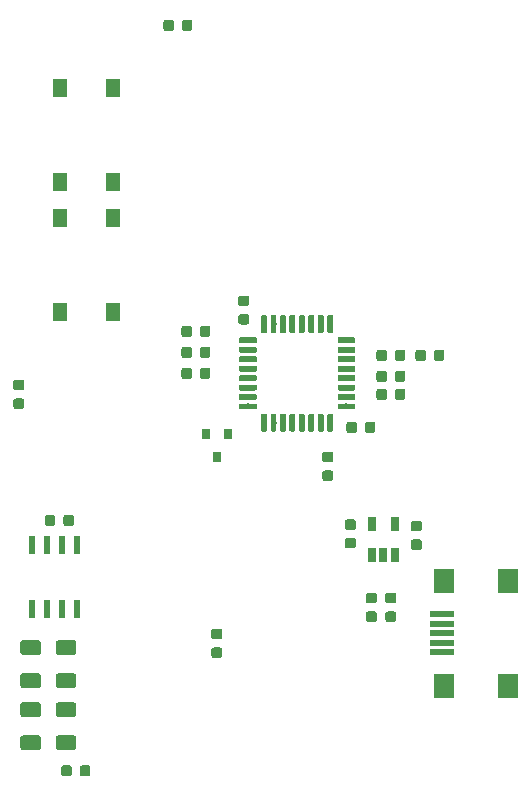
<source format=gbr>
G04 #@! TF.GenerationSoftware,KiCad,Pcbnew,(5.1.0)-1*
G04 #@! TF.CreationDate,2020-08-30T01:34:27+02:00*
G04 #@! TF.ProjectId,Dosimeter,446f7369-6d65-4746-9572-2e6b69636164,rev?*
G04 #@! TF.SameCoordinates,Original*
G04 #@! TF.FileFunction,Paste,Top*
G04 #@! TF.FilePolarity,Positive*
%FSLAX46Y46*%
G04 Gerber Fmt 4.6, Leading zero omitted, Abs format (unit mm)*
G04 Created by KiCad (PCBNEW (5.1.0)-1) date 2020-08-30 01:34:27*
%MOMM*%
%LPD*%
G04 APERTURE LIST*
%ADD10R,1.300000X1.550000*%
%ADD11C,0.100000*%
%ADD12C,0.875000*%
%ADD13R,0.800000X0.900000*%
%ADD14C,1.250000*%
%ADD15R,0.600000X1.550000*%
%ADD16C,0.500000*%
%ADD17R,1.700000X2.000000*%
%ADD18R,2.000000X0.500000*%
%ADD19R,0.650000X1.220000*%
G04 APERTURE END LIST*
D10*
X78893000Y-78788000D03*
X83393000Y-78788000D03*
X83393000Y-70828000D03*
X78893000Y-70828000D03*
D11*
G36*
X81291691Y-128177053D02*
G01*
X81312926Y-128180203D01*
X81333750Y-128185419D01*
X81353962Y-128192651D01*
X81373368Y-128201830D01*
X81391781Y-128212866D01*
X81409024Y-128225654D01*
X81424930Y-128240070D01*
X81439346Y-128255976D01*
X81452134Y-128273219D01*
X81463170Y-128291632D01*
X81472349Y-128311038D01*
X81479581Y-128331250D01*
X81484797Y-128352074D01*
X81487947Y-128373309D01*
X81489000Y-128394750D01*
X81489000Y-128907250D01*
X81487947Y-128928691D01*
X81484797Y-128949926D01*
X81479581Y-128970750D01*
X81472349Y-128990962D01*
X81463170Y-129010368D01*
X81452134Y-129028781D01*
X81439346Y-129046024D01*
X81424930Y-129061930D01*
X81409024Y-129076346D01*
X81391781Y-129089134D01*
X81373368Y-129100170D01*
X81353962Y-129109349D01*
X81333750Y-129116581D01*
X81312926Y-129121797D01*
X81291691Y-129124947D01*
X81270250Y-129126000D01*
X80832750Y-129126000D01*
X80811309Y-129124947D01*
X80790074Y-129121797D01*
X80769250Y-129116581D01*
X80749038Y-129109349D01*
X80729632Y-129100170D01*
X80711219Y-129089134D01*
X80693976Y-129076346D01*
X80678070Y-129061930D01*
X80663654Y-129046024D01*
X80650866Y-129028781D01*
X80639830Y-129010368D01*
X80630651Y-128990962D01*
X80623419Y-128970750D01*
X80618203Y-128949926D01*
X80615053Y-128928691D01*
X80614000Y-128907250D01*
X80614000Y-128394750D01*
X80615053Y-128373309D01*
X80618203Y-128352074D01*
X80623419Y-128331250D01*
X80630651Y-128311038D01*
X80639830Y-128291632D01*
X80650866Y-128273219D01*
X80663654Y-128255976D01*
X80678070Y-128240070D01*
X80693976Y-128225654D01*
X80711219Y-128212866D01*
X80729632Y-128201830D01*
X80749038Y-128192651D01*
X80769250Y-128185419D01*
X80790074Y-128180203D01*
X80811309Y-128177053D01*
X80832750Y-128176000D01*
X81270250Y-128176000D01*
X81291691Y-128177053D01*
X81291691Y-128177053D01*
G37*
D12*
X81051500Y-128651000D03*
D11*
G36*
X79716691Y-128177053D02*
G01*
X79737926Y-128180203D01*
X79758750Y-128185419D01*
X79778962Y-128192651D01*
X79798368Y-128201830D01*
X79816781Y-128212866D01*
X79834024Y-128225654D01*
X79849930Y-128240070D01*
X79864346Y-128255976D01*
X79877134Y-128273219D01*
X79888170Y-128291632D01*
X79897349Y-128311038D01*
X79904581Y-128331250D01*
X79909797Y-128352074D01*
X79912947Y-128373309D01*
X79914000Y-128394750D01*
X79914000Y-128907250D01*
X79912947Y-128928691D01*
X79909797Y-128949926D01*
X79904581Y-128970750D01*
X79897349Y-128990962D01*
X79888170Y-129010368D01*
X79877134Y-129028781D01*
X79864346Y-129046024D01*
X79849930Y-129061930D01*
X79834024Y-129076346D01*
X79816781Y-129089134D01*
X79798368Y-129100170D01*
X79778962Y-129109349D01*
X79758750Y-129116581D01*
X79737926Y-129121797D01*
X79716691Y-129124947D01*
X79695250Y-129126000D01*
X79257750Y-129126000D01*
X79236309Y-129124947D01*
X79215074Y-129121797D01*
X79194250Y-129116581D01*
X79174038Y-129109349D01*
X79154632Y-129100170D01*
X79136219Y-129089134D01*
X79118976Y-129076346D01*
X79103070Y-129061930D01*
X79088654Y-129046024D01*
X79075866Y-129028781D01*
X79064830Y-129010368D01*
X79055651Y-128990962D01*
X79048419Y-128970750D01*
X79043203Y-128949926D01*
X79040053Y-128928691D01*
X79039000Y-128907250D01*
X79039000Y-128394750D01*
X79040053Y-128373309D01*
X79043203Y-128352074D01*
X79048419Y-128331250D01*
X79055651Y-128311038D01*
X79064830Y-128291632D01*
X79075866Y-128273219D01*
X79088654Y-128255976D01*
X79103070Y-128240070D01*
X79118976Y-128225654D01*
X79136219Y-128212866D01*
X79154632Y-128201830D01*
X79174038Y-128192651D01*
X79194250Y-128185419D01*
X79215074Y-128180203D01*
X79236309Y-128177053D01*
X79257750Y-128176000D01*
X79695250Y-128176000D01*
X79716691Y-128177053D01*
X79716691Y-128177053D01*
G37*
D12*
X79476500Y-128651000D03*
D11*
G36*
X92479691Y-116632053D02*
G01*
X92500926Y-116635203D01*
X92521750Y-116640419D01*
X92541962Y-116647651D01*
X92561368Y-116656830D01*
X92579781Y-116667866D01*
X92597024Y-116680654D01*
X92612930Y-116695070D01*
X92627346Y-116710976D01*
X92640134Y-116728219D01*
X92651170Y-116746632D01*
X92660349Y-116766038D01*
X92667581Y-116786250D01*
X92672797Y-116807074D01*
X92675947Y-116828309D01*
X92677000Y-116849750D01*
X92677000Y-117287250D01*
X92675947Y-117308691D01*
X92672797Y-117329926D01*
X92667581Y-117350750D01*
X92660349Y-117370962D01*
X92651170Y-117390368D01*
X92640134Y-117408781D01*
X92627346Y-117426024D01*
X92612930Y-117441930D01*
X92597024Y-117456346D01*
X92579781Y-117469134D01*
X92561368Y-117480170D01*
X92541962Y-117489349D01*
X92521750Y-117496581D01*
X92500926Y-117501797D01*
X92479691Y-117504947D01*
X92458250Y-117506000D01*
X91945750Y-117506000D01*
X91924309Y-117504947D01*
X91903074Y-117501797D01*
X91882250Y-117496581D01*
X91862038Y-117489349D01*
X91842632Y-117480170D01*
X91824219Y-117469134D01*
X91806976Y-117456346D01*
X91791070Y-117441930D01*
X91776654Y-117426024D01*
X91763866Y-117408781D01*
X91752830Y-117390368D01*
X91743651Y-117370962D01*
X91736419Y-117350750D01*
X91731203Y-117329926D01*
X91728053Y-117308691D01*
X91727000Y-117287250D01*
X91727000Y-116849750D01*
X91728053Y-116828309D01*
X91731203Y-116807074D01*
X91736419Y-116786250D01*
X91743651Y-116766038D01*
X91752830Y-116746632D01*
X91763866Y-116728219D01*
X91776654Y-116710976D01*
X91791070Y-116695070D01*
X91806976Y-116680654D01*
X91824219Y-116667866D01*
X91842632Y-116656830D01*
X91862038Y-116647651D01*
X91882250Y-116640419D01*
X91903074Y-116635203D01*
X91924309Y-116632053D01*
X91945750Y-116631000D01*
X92458250Y-116631000D01*
X92479691Y-116632053D01*
X92479691Y-116632053D01*
G37*
D12*
X92202000Y-117068500D03*
D11*
G36*
X92479691Y-118207053D02*
G01*
X92500926Y-118210203D01*
X92521750Y-118215419D01*
X92541962Y-118222651D01*
X92561368Y-118231830D01*
X92579781Y-118242866D01*
X92597024Y-118255654D01*
X92612930Y-118270070D01*
X92627346Y-118285976D01*
X92640134Y-118303219D01*
X92651170Y-118321632D01*
X92660349Y-118341038D01*
X92667581Y-118361250D01*
X92672797Y-118382074D01*
X92675947Y-118403309D01*
X92677000Y-118424750D01*
X92677000Y-118862250D01*
X92675947Y-118883691D01*
X92672797Y-118904926D01*
X92667581Y-118925750D01*
X92660349Y-118945962D01*
X92651170Y-118965368D01*
X92640134Y-118983781D01*
X92627346Y-119001024D01*
X92612930Y-119016930D01*
X92597024Y-119031346D01*
X92579781Y-119044134D01*
X92561368Y-119055170D01*
X92541962Y-119064349D01*
X92521750Y-119071581D01*
X92500926Y-119076797D01*
X92479691Y-119079947D01*
X92458250Y-119081000D01*
X91945750Y-119081000D01*
X91924309Y-119079947D01*
X91903074Y-119076797D01*
X91882250Y-119071581D01*
X91862038Y-119064349D01*
X91842632Y-119055170D01*
X91824219Y-119044134D01*
X91806976Y-119031346D01*
X91791070Y-119016930D01*
X91776654Y-119001024D01*
X91763866Y-118983781D01*
X91752830Y-118965368D01*
X91743651Y-118945962D01*
X91736419Y-118925750D01*
X91731203Y-118904926D01*
X91728053Y-118883691D01*
X91727000Y-118862250D01*
X91727000Y-118424750D01*
X91728053Y-118403309D01*
X91731203Y-118382074D01*
X91736419Y-118361250D01*
X91743651Y-118341038D01*
X91752830Y-118321632D01*
X91763866Y-118303219D01*
X91776654Y-118285976D01*
X91791070Y-118270070D01*
X91806976Y-118255654D01*
X91824219Y-118242866D01*
X91842632Y-118231830D01*
X91862038Y-118222651D01*
X91882250Y-118215419D01*
X91903074Y-118210203D01*
X91924309Y-118207053D01*
X91945750Y-118206000D01*
X92458250Y-118206000D01*
X92479691Y-118207053D01*
X92479691Y-118207053D01*
G37*
D12*
X92202000Y-118643500D03*
D13*
X92202000Y-102092000D03*
X91252000Y-100092000D03*
X93152000Y-100092000D03*
D11*
G36*
X91451691Y-90966053D02*
G01*
X91472926Y-90969203D01*
X91493750Y-90974419D01*
X91513962Y-90981651D01*
X91533368Y-90990830D01*
X91551781Y-91001866D01*
X91569024Y-91014654D01*
X91584930Y-91029070D01*
X91599346Y-91044976D01*
X91612134Y-91062219D01*
X91623170Y-91080632D01*
X91632349Y-91100038D01*
X91639581Y-91120250D01*
X91644797Y-91141074D01*
X91647947Y-91162309D01*
X91649000Y-91183750D01*
X91649000Y-91696250D01*
X91647947Y-91717691D01*
X91644797Y-91738926D01*
X91639581Y-91759750D01*
X91632349Y-91779962D01*
X91623170Y-91799368D01*
X91612134Y-91817781D01*
X91599346Y-91835024D01*
X91584930Y-91850930D01*
X91569024Y-91865346D01*
X91551781Y-91878134D01*
X91533368Y-91889170D01*
X91513962Y-91898349D01*
X91493750Y-91905581D01*
X91472926Y-91910797D01*
X91451691Y-91913947D01*
X91430250Y-91915000D01*
X90992750Y-91915000D01*
X90971309Y-91913947D01*
X90950074Y-91910797D01*
X90929250Y-91905581D01*
X90909038Y-91898349D01*
X90889632Y-91889170D01*
X90871219Y-91878134D01*
X90853976Y-91865346D01*
X90838070Y-91850930D01*
X90823654Y-91835024D01*
X90810866Y-91817781D01*
X90799830Y-91799368D01*
X90790651Y-91779962D01*
X90783419Y-91759750D01*
X90778203Y-91738926D01*
X90775053Y-91717691D01*
X90774000Y-91696250D01*
X90774000Y-91183750D01*
X90775053Y-91162309D01*
X90778203Y-91141074D01*
X90783419Y-91120250D01*
X90790651Y-91100038D01*
X90799830Y-91080632D01*
X90810866Y-91062219D01*
X90823654Y-91044976D01*
X90838070Y-91029070D01*
X90853976Y-91014654D01*
X90871219Y-91001866D01*
X90889632Y-90990830D01*
X90909038Y-90981651D01*
X90929250Y-90974419D01*
X90950074Y-90969203D01*
X90971309Y-90966053D01*
X90992750Y-90965000D01*
X91430250Y-90965000D01*
X91451691Y-90966053D01*
X91451691Y-90966053D01*
G37*
D12*
X91211500Y-91440000D03*
D11*
G36*
X89876691Y-90966053D02*
G01*
X89897926Y-90969203D01*
X89918750Y-90974419D01*
X89938962Y-90981651D01*
X89958368Y-90990830D01*
X89976781Y-91001866D01*
X89994024Y-91014654D01*
X90009930Y-91029070D01*
X90024346Y-91044976D01*
X90037134Y-91062219D01*
X90048170Y-91080632D01*
X90057349Y-91100038D01*
X90064581Y-91120250D01*
X90069797Y-91141074D01*
X90072947Y-91162309D01*
X90074000Y-91183750D01*
X90074000Y-91696250D01*
X90072947Y-91717691D01*
X90069797Y-91738926D01*
X90064581Y-91759750D01*
X90057349Y-91779962D01*
X90048170Y-91799368D01*
X90037134Y-91817781D01*
X90024346Y-91835024D01*
X90009930Y-91850930D01*
X89994024Y-91865346D01*
X89976781Y-91878134D01*
X89958368Y-91889170D01*
X89938962Y-91898349D01*
X89918750Y-91905581D01*
X89897926Y-91910797D01*
X89876691Y-91913947D01*
X89855250Y-91915000D01*
X89417750Y-91915000D01*
X89396309Y-91913947D01*
X89375074Y-91910797D01*
X89354250Y-91905581D01*
X89334038Y-91898349D01*
X89314632Y-91889170D01*
X89296219Y-91878134D01*
X89278976Y-91865346D01*
X89263070Y-91850930D01*
X89248654Y-91835024D01*
X89235866Y-91817781D01*
X89224830Y-91799368D01*
X89215651Y-91779962D01*
X89208419Y-91759750D01*
X89203203Y-91738926D01*
X89200053Y-91717691D01*
X89199000Y-91696250D01*
X89199000Y-91183750D01*
X89200053Y-91162309D01*
X89203203Y-91141074D01*
X89208419Y-91120250D01*
X89215651Y-91100038D01*
X89224830Y-91080632D01*
X89235866Y-91062219D01*
X89248654Y-91044976D01*
X89263070Y-91029070D01*
X89278976Y-91014654D01*
X89296219Y-91001866D01*
X89314632Y-90990830D01*
X89334038Y-90981651D01*
X89354250Y-90974419D01*
X89375074Y-90969203D01*
X89396309Y-90966053D01*
X89417750Y-90965000D01*
X89855250Y-90965000D01*
X89876691Y-90966053D01*
X89876691Y-90966053D01*
G37*
D12*
X89636500Y-91440000D03*
D10*
X78893000Y-89788000D03*
X83393000Y-89788000D03*
X83393000Y-81828000D03*
X78893000Y-81828000D03*
D11*
G36*
X80087504Y-122849204D02*
G01*
X80111773Y-122852804D01*
X80135571Y-122858765D01*
X80158671Y-122867030D01*
X80180849Y-122877520D01*
X80201893Y-122890133D01*
X80221598Y-122904747D01*
X80239777Y-122921223D01*
X80256253Y-122939402D01*
X80270867Y-122959107D01*
X80283480Y-122980151D01*
X80293970Y-123002329D01*
X80302235Y-123025429D01*
X80308196Y-123049227D01*
X80311796Y-123073496D01*
X80313000Y-123098000D01*
X80313000Y-123848000D01*
X80311796Y-123872504D01*
X80308196Y-123896773D01*
X80302235Y-123920571D01*
X80293970Y-123943671D01*
X80283480Y-123965849D01*
X80270867Y-123986893D01*
X80256253Y-124006598D01*
X80239777Y-124024777D01*
X80221598Y-124041253D01*
X80201893Y-124055867D01*
X80180849Y-124068480D01*
X80158671Y-124078970D01*
X80135571Y-124087235D01*
X80111773Y-124093196D01*
X80087504Y-124096796D01*
X80063000Y-124098000D01*
X78813000Y-124098000D01*
X78788496Y-124096796D01*
X78764227Y-124093196D01*
X78740429Y-124087235D01*
X78717329Y-124078970D01*
X78695151Y-124068480D01*
X78674107Y-124055867D01*
X78654402Y-124041253D01*
X78636223Y-124024777D01*
X78619747Y-124006598D01*
X78605133Y-123986893D01*
X78592520Y-123965849D01*
X78582030Y-123943671D01*
X78573765Y-123920571D01*
X78567804Y-123896773D01*
X78564204Y-123872504D01*
X78563000Y-123848000D01*
X78563000Y-123098000D01*
X78564204Y-123073496D01*
X78567804Y-123049227D01*
X78573765Y-123025429D01*
X78582030Y-123002329D01*
X78592520Y-122980151D01*
X78605133Y-122959107D01*
X78619747Y-122939402D01*
X78636223Y-122921223D01*
X78654402Y-122904747D01*
X78674107Y-122890133D01*
X78695151Y-122877520D01*
X78717329Y-122867030D01*
X78740429Y-122858765D01*
X78764227Y-122852804D01*
X78788496Y-122849204D01*
X78813000Y-122848000D01*
X80063000Y-122848000D01*
X80087504Y-122849204D01*
X80087504Y-122849204D01*
G37*
D14*
X79438000Y-123473000D03*
D11*
G36*
X80087504Y-125649204D02*
G01*
X80111773Y-125652804D01*
X80135571Y-125658765D01*
X80158671Y-125667030D01*
X80180849Y-125677520D01*
X80201893Y-125690133D01*
X80221598Y-125704747D01*
X80239777Y-125721223D01*
X80256253Y-125739402D01*
X80270867Y-125759107D01*
X80283480Y-125780151D01*
X80293970Y-125802329D01*
X80302235Y-125825429D01*
X80308196Y-125849227D01*
X80311796Y-125873496D01*
X80313000Y-125898000D01*
X80313000Y-126648000D01*
X80311796Y-126672504D01*
X80308196Y-126696773D01*
X80302235Y-126720571D01*
X80293970Y-126743671D01*
X80283480Y-126765849D01*
X80270867Y-126786893D01*
X80256253Y-126806598D01*
X80239777Y-126824777D01*
X80221598Y-126841253D01*
X80201893Y-126855867D01*
X80180849Y-126868480D01*
X80158671Y-126878970D01*
X80135571Y-126887235D01*
X80111773Y-126893196D01*
X80087504Y-126896796D01*
X80063000Y-126898000D01*
X78813000Y-126898000D01*
X78788496Y-126896796D01*
X78764227Y-126893196D01*
X78740429Y-126887235D01*
X78717329Y-126878970D01*
X78695151Y-126868480D01*
X78674107Y-126855867D01*
X78654402Y-126841253D01*
X78636223Y-126824777D01*
X78619747Y-126806598D01*
X78605133Y-126786893D01*
X78592520Y-126765849D01*
X78582030Y-126743671D01*
X78573765Y-126720571D01*
X78567804Y-126696773D01*
X78564204Y-126672504D01*
X78563000Y-126648000D01*
X78563000Y-125898000D01*
X78564204Y-125873496D01*
X78567804Y-125849227D01*
X78573765Y-125825429D01*
X78582030Y-125802329D01*
X78592520Y-125780151D01*
X78605133Y-125759107D01*
X78619747Y-125739402D01*
X78636223Y-125721223D01*
X78654402Y-125704747D01*
X78674107Y-125690133D01*
X78695151Y-125677520D01*
X78717329Y-125667030D01*
X78740429Y-125658765D01*
X78764227Y-125652804D01*
X78788496Y-125649204D01*
X78813000Y-125648000D01*
X80063000Y-125648000D01*
X80087504Y-125649204D01*
X80087504Y-125649204D01*
G37*
D14*
X79438000Y-126273000D03*
D11*
G36*
X91451691Y-94522053D02*
G01*
X91472926Y-94525203D01*
X91493750Y-94530419D01*
X91513962Y-94537651D01*
X91533368Y-94546830D01*
X91551781Y-94557866D01*
X91569024Y-94570654D01*
X91584930Y-94585070D01*
X91599346Y-94600976D01*
X91612134Y-94618219D01*
X91623170Y-94636632D01*
X91632349Y-94656038D01*
X91639581Y-94676250D01*
X91644797Y-94697074D01*
X91647947Y-94718309D01*
X91649000Y-94739750D01*
X91649000Y-95252250D01*
X91647947Y-95273691D01*
X91644797Y-95294926D01*
X91639581Y-95315750D01*
X91632349Y-95335962D01*
X91623170Y-95355368D01*
X91612134Y-95373781D01*
X91599346Y-95391024D01*
X91584930Y-95406930D01*
X91569024Y-95421346D01*
X91551781Y-95434134D01*
X91533368Y-95445170D01*
X91513962Y-95454349D01*
X91493750Y-95461581D01*
X91472926Y-95466797D01*
X91451691Y-95469947D01*
X91430250Y-95471000D01*
X90992750Y-95471000D01*
X90971309Y-95469947D01*
X90950074Y-95466797D01*
X90929250Y-95461581D01*
X90909038Y-95454349D01*
X90889632Y-95445170D01*
X90871219Y-95434134D01*
X90853976Y-95421346D01*
X90838070Y-95406930D01*
X90823654Y-95391024D01*
X90810866Y-95373781D01*
X90799830Y-95355368D01*
X90790651Y-95335962D01*
X90783419Y-95315750D01*
X90778203Y-95294926D01*
X90775053Y-95273691D01*
X90774000Y-95252250D01*
X90774000Y-94739750D01*
X90775053Y-94718309D01*
X90778203Y-94697074D01*
X90783419Y-94676250D01*
X90790651Y-94656038D01*
X90799830Y-94636632D01*
X90810866Y-94618219D01*
X90823654Y-94600976D01*
X90838070Y-94585070D01*
X90853976Y-94570654D01*
X90871219Y-94557866D01*
X90889632Y-94546830D01*
X90909038Y-94537651D01*
X90929250Y-94530419D01*
X90950074Y-94525203D01*
X90971309Y-94522053D01*
X90992750Y-94521000D01*
X91430250Y-94521000D01*
X91451691Y-94522053D01*
X91451691Y-94522053D01*
G37*
D12*
X91211500Y-94996000D03*
D11*
G36*
X89876691Y-94522053D02*
G01*
X89897926Y-94525203D01*
X89918750Y-94530419D01*
X89938962Y-94537651D01*
X89958368Y-94546830D01*
X89976781Y-94557866D01*
X89994024Y-94570654D01*
X90009930Y-94585070D01*
X90024346Y-94600976D01*
X90037134Y-94618219D01*
X90048170Y-94636632D01*
X90057349Y-94656038D01*
X90064581Y-94676250D01*
X90069797Y-94697074D01*
X90072947Y-94718309D01*
X90074000Y-94739750D01*
X90074000Y-95252250D01*
X90072947Y-95273691D01*
X90069797Y-95294926D01*
X90064581Y-95315750D01*
X90057349Y-95335962D01*
X90048170Y-95355368D01*
X90037134Y-95373781D01*
X90024346Y-95391024D01*
X90009930Y-95406930D01*
X89994024Y-95421346D01*
X89976781Y-95434134D01*
X89958368Y-95445170D01*
X89938962Y-95454349D01*
X89918750Y-95461581D01*
X89897926Y-95466797D01*
X89876691Y-95469947D01*
X89855250Y-95471000D01*
X89417750Y-95471000D01*
X89396309Y-95469947D01*
X89375074Y-95466797D01*
X89354250Y-95461581D01*
X89334038Y-95454349D01*
X89314632Y-95445170D01*
X89296219Y-95434134D01*
X89278976Y-95421346D01*
X89263070Y-95406930D01*
X89248654Y-95391024D01*
X89235866Y-95373781D01*
X89224830Y-95355368D01*
X89215651Y-95335962D01*
X89208419Y-95315750D01*
X89203203Y-95294926D01*
X89200053Y-95273691D01*
X89199000Y-95252250D01*
X89199000Y-94739750D01*
X89200053Y-94718309D01*
X89203203Y-94697074D01*
X89208419Y-94676250D01*
X89215651Y-94656038D01*
X89224830Y-94636632D01*
X89235866Y-94618219D01*
X89248654Y-94600976D01*
X89263070Y-94585070D01*
X89278976Y-94570654D01*
X89296219Y-94557866D01*
X89314632Y-94546830D01*
X89334038Y-94537651D01*
X89354250Y-94530419D01*
X89375074Y-94525203D01*
X89396309Y-94522053D01*
X89417750Y-94521000D01*
X89855250Y-94521000D01*
X89876691Y-94522053D01*
X89876691Y-94522053D01*
G37*
D12*
X89636500Y-94996000D03*
D11*
G36*
X91451691Y-92744053D02*
G01*
X91472926Y-92747203D01*
X91493750Y-92752419D01*
X91513962Y-92759651D01*
X91533368Y-92768830D01*
X91551781Y-92779866D01*
X91569024Y-92792654D01*
X91584930Y-92807070D01*
X91599346Y-92822976D01*
X91612134Y-92840219D01*
X91623170Y-92858632D01*
X91632349Y-92878038D01*
X91639581Y-92898250D01*
X91644797Y-92919074D01*
X91647947Y-92940309D01*
X91649000Y-92961750D01*
X91649000Y-93474250D01*
X91647947Y-93495691D01*
X91644797Y-93516926D01*
X91639581Y-93537750D01*
X91632349Y-93557962D01*
X91623170Y-93577368D01*
X91612134Y-93595781D01*
X91599346Y-93613024D01*
X91584930Y-93628930D01*
X91569024Y-93643346D01*
X91551781Y-93656134D01*
X91533368Y-93667170D01*
X91513962Y-93676349D01*
X91493750Y-93683581D01*
X91472926Y-93688797D01*
X91451691Y-93691947D01*
X91430250Y-93693000D01*
X90992750Y-93693000D01*
X90971309Y-93691947D01*
X90950074Y-93688797D01*
X90929250Y-93683581D01*
X90909038Y-93676349D01*
X90889632Y-93667170D01*
X90871219Y-93656134D01*
X90853976Y-93643346D01*
X90838070Y-93628930D01*
X90823654Y-93613024D01*
X90810866Y-93595781D01*
X90799830Y-93577368D01*
X90790651Y-93557962D01*
X90783419Y-93537750D01*
X90778203Y-93516926D01*
X90775053Y-93495691D01*
X90774000Y-93474250D01*
X90774000Y-92961750D01*
X90775053Y-92940309D01*
X90778203Y-92919074D01*
X90783419Y-92898250D01*
X90790651Y-92878038D01*
X90799830Y-92858632D01*
X90810866Y-92840219D01*
X90823654Y-92822976D01*
X90838070Y-92807070D01*
X90853976Y-92792654D01*
X90871219Y-92779866D01*
X90889632Y-92768830D01*
X90909038Y-92759651D01*
X90929250Y-92752419D01*
X90950074Y-92747203D01*
X90971309Y-92744053D01*
X90992750Y-92743000D01*
X91430250Y-92743000D01*
X91451691Y-92744053D01*
X91451691Y-92744053D01*
G37*
D12*
X91211500Y-93218000D03*
D11*
G36*
X89876691Y-92744053D02*
G01*
X89897926Y-92747203D01*
X89918750Y-92752419D01*
X89938962Y-92759651D01*
X89958368Y-92768830D01*
X89976781Y-92779866D01*
X89994024Y-92792654D01*
X90009930Y-92807070D01*
X90024346Y-92822976D01*
X90037134Y-92840219D01*
X90048170Y-92858632D01*
X90057349Y-92878038D01*
X90064581Y-92898250D01*
X90069797Y-92919074D01*
X90072947Y-92940309D01*
X90074000Y-92961750D01*
X90074000Y-93474250D01*
X90072947Y-93495691D01*
X90069797Y-93516926D01*
X90064581Y-93537750D01*
X90057349Y-93557962D01*
X90048170Y-93577368D01*
X90037134Y-93595781D01*
X90024346Y-93613024D01*
X90009930Y-93628930D01*
X89994024Y-93643346D01*
X89976781Y-93656134D01*
X89958368Y-93667170D01*
X89938962Y-93676349D01*
X89918750Y-93683581D01*
X89897926Y-93688797D01*
X89876691Y-93691947D01*
X89855250Y-93693000D01*
X89417750Y-93693000D01*
X89396309Y-93691947D01*
X89375074Y-93688797D01*
X89354250Y-93683581D01*
X89334038Y-93676349D01*
X89314632Y-93667170D01*
X89296219Y-93656134D01*
X89278976Y-93643346D01*
X89263070Y-93628930D01*
X89248654Y-93613024D01*
X89235866Y-93595781D01*
X89224830Y-93577368D01*
X89215651Y-93557962D01*
X89208419Y-93537750D01*
X89203203Y-93516926D01*
X89200053Y-93495691D01*
X89199000Y-93474250D01*
X89199000Y-92961750D01*
X89200053Y-92940309D01*
X89203203Y-92919074D01*
X89208419Y-92898250D01*
X89215651Y-92878038D01*
X89224830Y-92858632D01*
X89235866Y-92840219D01*
X89248654Y-92822976D01*
X89263070Y-92807070D01*
X89278976Y-92792654D01*
X89296219Y-92779866D01*
X89314632Y-92768830D01*
X89334038Y-92759651D01*
X89354250Y-92752419D01*
X89375074Y-92747203D01*
X89396309Y-92744053D01*
X89417750Y-92743000D01*
X89855250Y-92743000D01*
X89876691Y-92744053D01*
X89876691Y-92744053D01*
G37*
D12*
X89636500Y-93218000D03*
D11*
G36*
X88352691Y-65058053D02*
G01*
X88373926Y-65061203D01*
X88394750Y-65066419D01*
X88414962Y-65073651D01*
X88434368Y-65082830D01*
X88452781Y-65093866D01*
X88470024Y-65106654D01*
X88485930Y-65121070D01*
X88500346Y-65136976D01*
X88513134Y-65154219D01*
X88524170Y-65172632D01*
X88533349Y-65192038D01*
X88540581Y-65212250D01*
X88545797Y-65233074D01*
X88548947Y-65254309D01*
X88550000Y-65275750D01*
X88550000Y-65788250D01*
X88548947Y-65809691D01*
X88545797Y-65830926D01*
X88540581Y-65851750D01*
X88533349Y-65871962D01*
X88524170Y-65891368D01*
X88513134Y-65909781D01*
X88500346Y-65927024D01*
X88485930Y-65942930D01*
X88470024Y-65957346D01*
X88452781Y-65970134D01*
X88434368Y-65981170D01*
X88414962Y-65990349D01*
X88394750Y-65997581D01*
X88373926Y-66002797D01*
X88352691Y-66005947D01*
X88331250Y-66007000D01*
X87893750Y-66007000D01*
X87872309Y-66005947D01*
X87851074Y-66002797D01*
X87830250Y-65997581D01*
X87810038Y-65990349D01*
X87790632Y-65981170D01*
X87772219Y-65970134D01*
X87754976Y-65957346D01*
X87739070Y-65942930D01*
X87724654Y-65927024D01*
X87711866Y-65909781D01*
X87700830Y-65891368D01*
X87691651Y-65871962D01*
X87684419Y-65851750D01*
X87679203Y-65830926D01*
X87676053Y-65809691D01*
X87675000Y-65788250D01*
X87675000Y-65275750D01*
X87676053Y-65254309D01*
X87679203Y-65233074D01*
X87684419Y-65212250D01*
X87691651Y-65192038D01*
X87700830Y-65172632D01*
X87711866Y-65154219D01*
X87724654Y-65136976D01*
X87739070Y-65121070D01*
X87754976Y-65106654D01*
X87772219Y-65093866D01*
X87790632Y-65082830D01*
X87810038Y-65073651D01*
X87830250Y-65066419D01*
X87851074Y-65061203D01*
X87872309Y-65058053D01*
X87893750Y-65057000D01*
X88331250Y-65057000D01*
X88352691Y-65058053D01*
X88352691Y-65058053D01*
G37*
D12*
X88112500Y-65532000D03*
D11*
G36*
X89927691Y-65058053D02*
G01*
X89948926Y-65061203D01*
X89969750Y-65066419D01*
X89989962Y-65073651D01*
X90009368Y-65082830D01*
X90027781Y-65093866D01*
X90045024Y-65106654D01*
X90060930Y-65121070D01*
X90075346Y-65136976D01*
X90088134Y-65154219D01*
X90099170Y-65172632D01*
X90108349Y-65192038D01*
X90115581Y-65212250D01*
X90120797Y-65233074D01*
X90123947Y-65254309D01*
X90125000Y-65275750D01*
X90125000Y-65788250D01*
X90123947Y-65809691D01*
X90120797Y-65830926D01*
X90115581Y-65851750D01*
X90108349Y-65871962D01*
X90099170Y-65891368D01*
X90088134Y-65909781D01*
X90075346Y-65927024D01*
X90060930Y-65942930D01*
X90045024Y-65957346D01*
X90027781Y-65970134D01*
X90009368Y-65981170D01*
X89989962Y-65990349D01*
X89969750Y-65997581D01*
X89948926Y-66002797D01*
X89927691Y-66005947D01*
X89906250Y-66007000D01*
X89468750Y-66007000D01*
X89447309Y-66005947D01*
X89426074Y-66002797D01*
X89405250Y-65997581D01*
X89385038Y-65990349D01*
X89365632Y-65981170D01*
X89347219Y-65970134D01*
X89329976Y-65957346D01*
X89314070Y-65942930D01*
X89299654Y-65927024D01*
X89286866Y-65909781D01*
X89275830Y-65891368D01*
X89266651Y-65871962D01*
X89259419Y-65851750D01*
X89254203Y-65830926D01*
X89251053Y-65809691D01*
X89250000Y-65788250D01*
X89250000Y-65275750D01*
X89251053Y-65254309D01*
X89254203Y-65233074D01*
X89259419Y-65212250D01*
X89266651Y-65192038D01*
X89275830Y-65172632D01*
X89286866Y-65154219D01*
X89299654Y-65136976D01*
X89314070Y-65121070D01*
X89329976Y-65106654D01*
X89347219Y-65093866D01*
X89365632Y-65082830D01*
X89385038Y-65073651D01*
X89405250Y-65066419D01*
X89426074Y-65061203D01*
X89447309Y-65058053D01*
X89468750Y-65057000D01*
X89906250Y-65057000D01*
X89927691Y-65058053D01*
X89927691Y-65058053D01*
G37*
D12*
X89687500Y-65532000D03*
D11*
G36*
X80087504Y-117593204D02*
G01*
X80111773Y-117596804D01*
X80135571Y-117602765D01*
X80158671Y-117611030D01*
X80180849Y-117621520D01*
X80201893Y-117634133D01*
X80221598Y-117648747D01*
X80239777Y-117665223D01*
X80256253Y-117683402D01*
X80270867Y-117703107D01*
X80283480Y-117724151D01*
X80293970Y-117746329D01*
X80302235Y-117769429D01*
X80308196Y-117793227D01*
X80311796Y-117817496D01*
X80313000Y-117842000D01*
X80313000Y-118592000D01*
X80311796Y-118616504D01*
X80308196Y-118640773D01*
X80302235Y-118664571D01*
X80293970Y-118687671D01*
X80283480Y-118709849D01*
X80270867Y-118730893D01*
X80256253Y-118750598D01*
X80239777Y-118768777D01*
X80221598Y-118785253D01*
X80201893Y-118799867D01*
X80180849Y-118812480D01*
X80158671Y-118822970D01*
X80135571Y-118831235D01*
X80111773Y-118837196D01*
X80087504Y-118840796D01*
X80063000Y-118842000D01*
X78813000Y-118842000D01*
X78788496Y-118840796D01*
X78764227Y-118837196D01*
X78740429Y-118831235D01*
X78717329Y-118822970D01*
X78695151Y-118812480D01*
X78674107Y-118799867D01*
X78654402Y-118785253D01*
X78636223Y-118768777D01*
X78619747Y-118750598D01*
X78605133Y-118730893D01*
X78592520Y-118709849D01*
X78582030Y-118687671D01*
X78573765Y-118664571D01*
X78567804Y-118640773D01*
X78564204Y-118616504D01*
X78563000Y-118592000D01*
X78563000Y-117842000D01*
X78564204Y-117817496D01*
X78567804Y-117793227D01*
X78573765Y-117769429D01*
X78582030Y-117746329D01*
X78592520Y-117724151D01*
X78605133Y-117703107D01*
X78619747Y-117683402D01*
X78636223Y-117665223D01*
X78654402Y-117648747D01*
X78674107Y-117634133D01*
X78695151Y-117621520D01*
X78717329Y-117611030D01*
X78740429Y-117602765D01*
X78764227Y-117596804D01*
X78788496Y-117593204D01*
X78813000Y-117592000D01*
X80063000Y-117592000D01*
X80087504Y-117593204D01*
X80087504Y-117593204D01*
G37*
D14*
X79438000Y-118217000D03*
D11*
G36*
X80087504Y-120393204D02*
G01*
X80111773Y-120396804D01*
X80135571Y-120402765D01*
X80158671Y-120411030D01*
X80180849Y-120421520D01*
X80201893Y-120434133D01*
X80221598Y-120448747D01*
X80239777Y-120465223D01*
X80256253Y-120483402D01*
X80270867Y-120503107D01*
X80283480Y-120524151D01*
X80293970Y-120546329D01*
X80302235Y-120569429D01*
X80308196Y-120593227D01*
X80311796Y-120617496D01*
X80313000Y-120642000D01*
X80313000Y-121392000D01*
X80311796Y-121416504D01*
X80308196Y-121440773D01*
X80302235Y-121464571D01*
X80293970Y-121487671D01*
X80283480Y-121509849D01*
X80270867Y-121530893D01*
X80256253Y-121550598D01*
X80239777Y-121568777D01*
X80221598Y-121585253D01*
X80201893Y-121599867D01*
X80180849Y-121612480D01*
X80158671Y-121622970D01*
X80135571Y-121631235D01*
X80111773Y-121637196D01*
X80087504Y-121640796D01*
X80063000Y-121642000D01*
X78813000Y-121642000D01*
X78788496Y-121640796D01*
X78764227Y-121637196D01*
X78740429Y-121631235D01*
X78717329Y-121622970D01*
X78695151Y-121612480D01*
X78674107Y-121599867D01*
X78654402Y-121585253D01*
X78636223Y-121568777D01*
X78619747Y-121550598D01*
X78605133Y-121530893D01*
X78592520Y-121509849D01*
X78582030Y-121487671D01*
X78573765Y-121464571D01*
X78567804Y-121440773D01*
X78564204Y-121416504D01*
X78563000Y-121392000D01*
X78563000Y-120642000D01*
X78564204Y-120617496D01*
X78567804Y-120593227D01*
X78573765Y-120569429D01*
X78582030Y-120546329D01*
X78592520Y-120524151D01*
X78605133Y-120503107D01*
X78619747Y-120483402D01*
X78636223Y-120465223D01*
X78654402Y-120448747D01*
X78674107Y-120434133D01*
X78695151Y-120421520D01*
X78717329Y-120411030D01*
X78740429Y-120402765D01*
X78764227Y-120396804D01*
X78788496Y-120393204D01*
X78813000Y-120392000D01*
X80063000Y-120392000D01*
X80087504Y-120393204D01*
X80087504Y-120393204D01*
G37*
D14*
X79438000Y-121017000D03*
D15*
X76581000Y-109568000D03*
X77851000Y-109568000D03*
X79121000Y-109568000D03*
X80391000Y-109568000D03*
X80391000Y-114968000D03*
X79121000Y-114968000D03*
X77851000Y-114968000D03*
X76581000Y-114968000D03*
D11*
G36*
X77087504Y-117593204D02*
G01*
X77111773Y-117596804D01*
X77135571Y-117602765D01*
X77158671Y-117611030D01*
X77180849Y-117621520D01*
X77201893Y-117634133D01*
X77221598Y-117648747D01*
X77239777Y-117665223D01*
X77256253Y-117683402D01*
X77270867Y-117703107D01*
X77283480Y-117724151D01*
X77293970Y-117746329D01*
X77302235Y-117769429D01*
X77308196Y-117793227D01*
X77311796Y-117817496D01*
X77313000Y-117842000D01*
X77313000Y-118592000D01*
X77311796Y-118616504D01*
X77308196Y-118640773D01*
X77302235Y-118664571D01*
X77293970Y-118687671D01*
X77283480Y-118709849D01*
X77270867Y-118730893D01*
X77256253Y-118750598D01*
X77239777Y-118768777D01*
X77221598Y-118785253D01*
X77201893Y-118799867D01*
X77180849Y-118812480D01*
X77158671Y-118822970D01*
X77135571Y-118831235D01*
X77111773Y-118837196D01*
X77087504Y-118840796D01*
X77063000Y-118842000D01*
X75813000Y-118842000D01*
X75788496Y-118840796D01*
X75764227Y-118837196D01*
X75740429Y-118831235D01*
X75717329Y-118822970D01*
X75695151Y-118812480D01*
X75674107Y-118799867D01*
X75654402Y-118785253D01*
X75636223Y-118768777D01*
X75619747Y-118750598D01*
X75605133Y-118730893D01*
X75592520Y-118709849D01*
X75582030Y-118687671D01*
X75573765Y-118664571D01*
X75567804Y-118640773D01*
X75564204Y-118616504D01*
X75563000Y-118592000D01*
X75563000Y-117842000D01*
X75564204Y-117817496D01*
X75567804Y-117793227D01*
X75573765Y-117769429D01*
X75582030Y-117746329D01*
X75592520Y-117724151D01*
X75605133Y-117703107D01*
X75619747Y-117683402D01*
X75636223Y-117665223D01*
X75654402Y-117648747D01*
X75674107Y-117634133D01*
X75695151Y-117621520D01*
X75717329Y-117611030D01*
X75740429Y-117602765D01*
X75764227Y-117596804D01*
X75788496Y-117593204D01*
X75813000Y-117592000D01*
X77063000Y-117592000D01*
X77087504Y-117593204D01*
X77087504Y-117593204D01*
G37*
D14*
X76438000Y-118217000D03*
D11*
G36*
X77087504Y-120393204D02*
G01*
X77111773Y-120396804D01*
X77135571Y-120402765D01*
X77158671Y-120411030D01*
X77180849Y-120421520D01*
X77201893Y-120434133D01*
X77221598Y-120448747D01*
X77239777Y-120465223D01*
X77256253Y-120483402D01*
X77270867Y-120503107D01*
X77283480Y-120524151D01*
X77293970Y-120546329D01*
X77302235Y-120569429D01*
X77308196Y-120593227D01*
X77311796Y-120617496D01*
X77313000Y-120642000D01*
X77313000Y-121392000D01*
X77311796Y-121416504D01*
X77308196Y-121440773D01*
X77302235Y-121464571D01*
X77293970Y-121487671D01*
X77283480Y-121509849D01*
X77270867Y-121530893D01*
X77256253Y-121550598D01*
X77239777Y-121568777D01*
X77221598Y-121585253D01*
X77201893Y-121599867D01*
X77180849Y-121612480D01*
X77158671Y-121622970D01*
X77135571Y-121631235D01*
X77111773Y-121637196D01*
X77087504Y-121640796D01*
X77063000Y-121642000D01*
X75813000Y-121642000D01*
X75788496Y-121640796D01*
X75764227Y-121637196D01*
X75740429Y-121631235D01*
X75717329Y-121622970D01*
X75695151Y-121612480D01*
X75674107Y-121599867D01*
X75654402Y-121585253D01*
X75636223Y-121568777D01*
X75619747Y-121550598D01*
X75605133Y-121530893D01*
X75592520Y-121509849D01*
X75582030Y-121487671D01*
X75573765Y-121464571D01*
X75567804Y-121440773D01*
X75564204Y-121416504D01*
X75563000Y-121392000D01*
X75563000Y-120642000D01*
X75564204Y-120617496D01*
X75567804Y-120593227D01*
X75573765Y-120569429D01*
X75582030Y-120546329D01*
X75592520Y-120524151D01*
X75605133Y-120503107D01*
X75619747Y-120483402D01*
X75636223Y-120465223D01*
X75654402Y-120448747D01*
X75674107Y-120434133D01*
X75695151Y-120421520D01*
X75717329Y-120411030D01*
X75740429Y-120402765D01*
X75764227Y-120396804D01*
X75788496Y-120393204D01*
X75813000Y-120392000D01*
X77063000Y-120392000D01*
X77087504Y-120393204D01*
X77087504Y-120393204D01*
G37*
D14*
X76438000Y-121017000D03*
D11*
G36*
X77087504Y-122849204D02*
G01*
X77111773Y-122852804D01*
X77135571Y-122858765D01*
X77158671Y-122867030D01*
X77180849Y-122877520D01*
X77201893Y-122890133D01*
X77221598Y-122904747D01*
X77239777Y-122921223D01*
X77256253Y-122939402D01*
X77270867Y-122959107D01*
X77283480Y-122980151D01*
X77293970Y-123002329D01*
X77302235Y-123025429D01*
X77308196Y-123049227D01*
X77311796Y-123073496D01*
X77313000Y-123098000D01*
X77313000Y-123848000D01*
X77311796Y-123872504D01*
X77308196Y-123896773D01*
X77302235Y-123920571D01*
X77293970Y-123943671D01*
X77283480Y-123965849D01*
X77270867Y-123986893D01*
X77256253Y-124006598D01*
X77239777Y-124024777D01*
X77221598Y-124041253D01*
X77201893Y-124055867D01*
X77180849Y-124068480D01*
X77158671Y-124078970D01*
X77135571Y-124087235D01*
X77111773Y-124093196D01*
X77087504Y-124096796D01*
X77063000Y-124098000D01*
X75813000Y-124098000D01*
X75788496Y-124096796D01*
X75764227Y-124093196D01*
X75740429Y-124087235D01*
X75717329Y-124078970D01*
X75695151Y-124068480D01*
X75674107Y-124055867D01*
X75654402Y-124041253D01*
X75636223Y-124024777D01*
X75619747Y-124006598D01*
X75605133Y-123986893D01*
X75592520Y-123965849D01*
X75582030Y-123943671D01*
X75573765Y-123920571D01*
X75567804Y-123896773D01*
X75564204Y-123872504D01*
X75563000Y-123848000D01*
X75563000Y-123098000D01*
X75564204Y-123073496D01*
X75567804Y-123049227D01*
X75573765Y-123025429D01*
X75582030Y-123002329D01*
X75592520Y-122980151D01*
X75605133Y-122959107D01*
X75619747Y-122939402D01*
X75636223Y-122921223D01*
X75654402Y-122904747D01*
X75674107Y-122890133D01*
X75695151Y-122877520D01*
X75717329Y-122867030D01*
X75740429Y-122858765D01*
X75764227Y-122852804D01*
X75788496Y-122849204D01*
X75813000Y-122848000D01*
X77063000Y-122848000D01*
X77087504Y-122849204D01*
X77087504Y-122849204D01*
G37*
D14*
X76438000Y-123473000D03*
D11*
G36*
X77087504Y-125649204D02*
G01*
X77111773Y-125652804D01*
X77135571Y-125658765D01*
X77158671Y-125667030D01*
X77180849Y-125677520D01*
X77201893Y-125690133D01*
X77221598Y-125704747D01*
X77239777Y-125721223D01*
X77256253Y-125739402D01*
X77270867Y-125759107D01*
X77283480Y-125780151D01*
X77293970Y-125802329D01*
X77302235Y-125825429D01*
X77308196Y-125849227D01*
X77311796Y-125873496D01*
X77313000Y-125898000D01*
X77313000Y-126648000D01*
X77311796Y-126672504D01*
X77308196Y-126696773D01*
X77302235Y-126720571D01*
X77293970Y-126743671D01*
X77283480Y-126765849D01*
X77270867Y-126786893D01*
X77256253Y-126806598D01*
X77239777Y-126824777D01*
X77221598Y-126841253D01*
X77201893Y-126855867D01*
X77180849Y-126868480D01*
X77158671Y-126878970D01*
X77135571Y-126887235D01*
X77111773Y-126893196D01*
X77087504Y-126896796D01*
X77063000Y-126898000D01*
X75813000Y-126898000D01*
X75788496Y-126896796D01*
X75764227Y-126893196D01*
X75740429Y-126887235D01*
X75717329Y-126878970D01*
X75695151Y-126868480D01*
X75674107Y-126855867D01*
X75654402Y-126841253D01*
X75636223Y-126824777D01*
X75619747Y-126806598D01*
X75605133Y-126786893D01*
X75592520Y-126765849D01*
X75582030Y-126743671D01*
X75573765Y-126720571D01*
X75567804Y-126696773D01*
X75564204Y-126672504D01*
X75563000Y-126648000D01*
X75563000Y-125898000D01*
X75564204Y-125873496D01*
X75567804Y-125849227D01*
X75573765Y-125825429D01*
X75582030Y-125802329D01*
X75592520Y-125780151D01*
X75605133Y-125759107D01*
X75619747Y-125739402D01*
X75636223Y-125721223D01*
X75654402Y-125704747D01*
X75674107Y-125690133D01*
X75695151Y-125677520D01*
X75717329Y-125667030D01*
X75740429Y-125658765D01*
X75764227Y-125652804D01*
X75788496Y-125649204D01*
X75813000Y-125648000D01*
X77063000Y-125648000D01*
X77087504Y-125649204D01*
X77087504Y-125649204D01*
G37*
D14*
X76438000Y-126273000D03*
D11*
G36*
X101937252Y-98425602D02*
G01*
X101949386Y-98427402D01*
X101961286Y-98430382D01*
X101972835Y-98434515D01*
X101983925Y-98439760D01*
X101994446Y-98446066D01*
X102004299Y-98453374D01*
X102013388Y-98461612D01*
X102021626Y-98470701D01*
X102028934Y-98480554D01*
X102035240Y-98491075D01*
X102040485Y-98502165D01*
X102044618Y-98513714D01*
X102047598Y-98525614D01*
X102049398Y-98537748D01*
X102050000Y-98550000D01*
X102050000Y-99800000D01*
X102049398Y-99812252D01*
X102047598Y-99824386D01*
X102044618Y-99836286D01*
X102040485Y-99847835D01*
X102035240Y-99858925D01*
X102028934Y-99869446D01*
X102021626Y-99879299D01*
X102013388Y-99888388D01*
X102004299Y-99896626D01*
X101994446Y-99903934D01*
X101983925Y-99910240D01*
X101972835Y-99915485D01*
X101961286Y-99919618D01*
X101949386Y-99922598D01*
X101937252Y-99924398D01*
X101925000Y-99925000D01*
X101675000Y-99925000D01*
X101662748Y-99924398D01*
X101650614Y-99922598D01*
X101638714Y-99919618D01*
X101627165Y-99915485D01*
X101616075Y-99910240D01*
X101605554Y-99903934D01*
X101595701Y-99896626D01*
X101586612Y-99888388D01*
X101578374Y-99879299D01*
X101571066Y-99869446D01*
X101564760Y-99858925D01*
X101559515Y-99847835D01*
X101555382Y-99836286D01*
X101552402Y-99824386D01*
X101550602Y-99812252D01*
X101550000Y-99800000D01*
X101550000Y-98550000D01*
X101550602Y-98537748D01*
X101552402Y-98525614D01*
X101555382Y-98513714D01*
X101559515Y-98502165D01*
X101564760Y-98491075D01*
X101571066Y-98480554D01*
X101578374Y-98470701D01*
X101586612Y-98461612D01*
X101595701Y-98453374D01*
X101605554Y-98446066D01*
X101616075Y-98439760D01*
X101627165Y-98434515D01*
X101638714Y-98430382D01*
X101650614Y-98427402D01*
X101662748Y-98425602D01*
X101675000Y-98425000D01*
X101925000Y-98425000D01*
X101937252Y-98425602D01*
X101937252Y-98425602D01*
G37*
D16*
X101800000Y-99175000D03*
D11*
G36*
X101137252Y-98425602D02*
G01*
X101149386Y-98427402D01*
X101161286Y-98430382D01*
X101172835Y-98434515D01*
X101183925Y-98439760D01*
X101194446Y-98446066D01*
X101204299Y-98453374D01*
X101213388Y-98461612D01*
X101221626Y-98470701D01*
X101228934Y-98480554D01*
X101235240Y-98491075D01*
X101240485Y-98502165D01*
X101244618Y-98513714D01*
X101247598Y-98525614D01*
X101249398Y-98537748D01*
X101250000Y-98550000D01*
X101250000Y-99800000D01*
X101249398Y-99812252D01*
X101247598Y-99824386D01*
X101244618Y-99836286D01*
X101240485Y-99847835D01*
X101235240Y-99858925D01*
X101228934Y-99869446D01*
X101221626Y-99879299D01*
X101213388Y-99888388D01*
X101204299Y-99896626D01*
X101194446Y-99903934D01*
X101183925Y-99910240D01*
X101172835Y-99915485D01*
X101161286Y-99919618D01*
X101149386Y-99922598D01*
X101137252Y-99924398D01*
X101125000Y-99925000D01*
X100875000Y-99925000D01*
X100862748Y-99924398D01*
X100850614Y-99922598D01*
X100838714Y-99919618D01*
X100827165Y-99915485D01*
X100816075Y-99910240D01*
X100805554Y-99903934D01*
X100795701Y-99896626D01*
X100786612Y-99888388D01*
X100778374Y-99879299D01*
X100771066Y-99869446D01*
X100764760Y-99858925D01*
X100759515Y-99847835D01*
X100755382Y-99836286D01*
X100752402Y-99824386D01*
X100750602Y-99812252D01*
X100750000Y-99800000D01*
X100750000Y-98550000D01*
X100750602Y-98537748D01*
X100752402Y-98525614D01*
X100755382Y-98513714D01*
X100759515Y-98502165D01*
X100764760Y-98491075D01*
X100771066Y-98480554D01*
X100778374Y-98470701D01*
X100786612Y-98461612D01*
X100795701Y-98453374D01*
X100805554Y-98446066D01*
X100816075Y-98439760D01*
X100827165Y-98434515D01*
X100838714Y-98430382D01*
X100850614Y-98427402D01*
X100862748Y-98425602D01*
X100875000Y-98425000D01*
X101125000Y-98425000D01*
X101137252Y-98425602D01*
X101137252Y-98425602D01*
G37*
D16*
X101000000Y-99175000D03*
D11*
G36*
X100337252Y-98425602D02*
G01*
X100349386Y-98427402D01*
X100361286Y-98430382D01*
X100372835Y-98434515D01*
X100383925Y-98439760D01*
X100394446Y-98446066D01*
X100404299Y-98453374D01*
X100413388Y-98461612D01*
X100421626Y-98470701D01*
X100428934Y-98480554D01*
X100435240Y-98491075D01*
X100440485Y-98502165D01*
X100444618Y-98513714D01*
X100447598Y-98525614D01*
X100449398Y-98537748D01*
X100450000Y-98550000D01*
X100450000Y-99800000D01*
X100449398Y-99812252D01*
X100447598Y-99824386D01*
X100444618Y-99836286D01*
X100440485Y-99847835D01*
X100435240Y-99858925D01*
X100428934Y-99869446D01*
X100421626Y-99879299D01*
X100413388Y-99888388D01*
X100404299Y-99896626D01*
X100394446Y-99903934D01*
X100383925Y-99910240D01*
X100372835Y-99915485D01*
X100361286Y-99919618D01*
X100349386Y-99922598D01*
X100337252Y-99924398D01*
X100325000Y-99925000D01*
X100075000Y-99925000D01*
X100062748Y-99924398D01*
X100050614Y-99922598D01*
X100038714Y-99919618D01*
X100027165Y-99915485D01*
X100016075Y-99910240D01*
X100005554Y-99903934D01*
X99995701Y-99896626D01*
X99986612Y-99888388D01*
X99978374Y-99879299D01*
X99971066Y-99869446D01*
X99964760Y-99858925D01*
X99959515Y-99847835D01*
X99955382Y-99836286D01*
X99952402Y-99824386D01*
X99950602Y-99812252D01*
X99950000Y-99800000D01*
X99950000Y-98550000D01*
X99950602Y-98537748D01*
X99952402Y-98525614D01*
X99955382Y-98513714D01*
X99959515Y-98502165D01*
X99964760Y-98491075D01*
X99971066Y-98480554D01*
X99978374Y-98470701D01*
X99986612Y-98461612D01*
X99995701Y-98453374D01*
X100005554Y-98446066D01*
X100016075Y-98439760D01*
X100027165Y-98434515D01*
X100038714Y-98430382D01*
X100050614Y-98427402D01*
X100062748Y-98425602D01*
X100075000Y-98425000D01*
X100325000Y-98425000D01*
X100337252Y-98425602D01*
X100337252Y-98425602D01*
G37*
D16*
X100200000Y-99175000D03*
D11*
G36*
X99537252Y-98425602D02*
G01*
X99549386Y-98427402D01*
X99561286Y-98430382D01*
X99572835Y-98434515D01*
X99583925Y-98439760D01*
X99594446Y-98446066D01*
X99604299Y-98453374D01*
X99613388Y-98461612D01*
X99621626Y-98470701D01*
X99628934Y-98480554D01*
X99635240Y-98491075D01*
X99640485Y-98502165D01*
X99644618Y-98513714D01*
X99647598Y-98525614D01*
X99649398Y-98537748D01*
X99650000Y-98550000D01*
X99650000Y-99800000D01*
X99649398Y-99812252D01*
X99647598Y-99824386D01*
X99644618Y-99836286D01*
X99640485Y-99847835D01*
X99635240Y-99858925D01*
X99628934Y-99869446D01*
X99621626Y-99879299D01*
X99613388Y-99888388D01*
X99604299Y-99896626D01*
X99594446Y-99903934D01*
X99583925Y-99910240D01*
X99572835Y-99915485D01*
X99561286Y-99919618D01*
X99549386Y-99922598D01*
X99537252Y-99924398D01*
X99525000Y-99925000D01*
X99275000Y-99925000D01*
X99262748Y-99924398D01*
X99250614Y-99922598D01*
X99238714Y-99919618D01*
X99227165Y-99915485D01*
X99216075Y-99910240D01*
X99205554Y-99903934D01*
X99195701Y-99896626D01*
X99186612Y-99888388D01*
X99178374Y-99879299D01*
X99171066Y-99869446D01*
X99164760Y-99858925D01*
X99159515Y-99847835D01*
X99155382Y-99836286D01*
X99152402Y-99824386D01*
X99150602Y-99812252D01*
X99150000Y-99800000D01*
X99150000Y-98550000D01*
X99150602Y-98537748D01*
X99152402Y-98525614D01*
X99155382Y-98513714D01*
X99159515Y-98502165D01*
X99164760Y-98491075D01*
X99171066Y-98480554D01*
X99178374Y-98470701D01*
X99186612Y-98461612D01*
X99195701Y-98453374D01*
X99205554Y-98446066D01*
X99216075Y-98439760D01*
X99227165Y-98434515D01*
X99238714Y-98430382D01*
X99250614Y-98427402D01*
X99262748Y-98425602D01*
X99275000Y-98425000D01*
X99525000Y-98425000D01*
X99537252Y-98425602D01*
X99537252Y-98425602D01*
G37*
D16*
X99400000Y-99175000D03*
D11*
G36*
X98737252Y-98425602D02*
G01*
X98749386Y-98427402D01*
X98761286Y-98430382D01*
X98772835Y-98434515D01*
X98783925Y-98439760D01*
X98794446Y-98446066D01*
X98804299Y-98453374D01*
X98813388Y-98461612D01*
X98821626Y-98470701D01*
X98828934Y-98480554D01*
X98835240Y-98491075D01*
X98840485Y-98502165D01*
X98844618Y-98513714D01*
X98847598Y-98525614D01*
X98849398Y-98537748D01*
X98850000Y-98550000D01*
X98850000Y-99800000D01*
X98849398Y-99812252D01*
X98847598Y-99824386D01*
X98844618Y-99836286D01*
X98840485Y-99847835D01*
X98835240Y-99858925D01*
X98828934Y-99869446D01*
X98821626Y-99879299D01*
X98813388Y-99888388D01*
X98804299Y-99896626D01*
X98794446Y-99903934D01*
X98783925Y-99910240D01*
X98772835Y-99915485D01*
X98761286Y-99919618D01*
X98749386Y-99922598D01*
X98737252Y-99924398D01*
X98725000Y-99925000D01*
X98475000Y-99925000D01*
X98462748Y-99924398D01*
X98450614Y-99922598D01*
X98438714Y-99919618D01*
X98427165Y-99915485D01*
X98416075Y-99910240D01*
X98405554Y-99903934D01*
X98395701Y-99896626D01*
X98386612Y-99888388D01*
X98378374Y-99879299D01*
X98371066Y-99869446D01*
X98364760Y-99858925D01*
X98359515Y-99847835D01*
X98355382Y-99836286D01*
X98352402Y-99824386D01*
X98350602Y-99812252D01*
X98350000Y-99800000D01*
X98350000Y-98550000D01*
X98350602Y-98537748D01*
X98352402Y-98525614D01*
X98355382Y-98513714D01*
X98359515Y-98502165D01*
X98364760Y-98491075D01*
X98371066Y-98480554D01*
X98378374Y-98470701D01*
X98386612Y-98461612D01*
X98395701Y-98453374D01*
X98405554Y-98446066D01*
X98416075Y-98439760D01*
X98427165Y-98434515D01*
X98438714Y-98430382D01*
X98450614Y-98427402D01*
X98462748Y-98425602D01*
X98475000Y-98425000D01*
X98725000Y-98425000D01*
X98737252Y-98425602D01*
X98737252Y-98425602D01*
G37*
D16*
X98600000Y-99175000D03*
D11*
G36*
X97937252Y-98425602D02*
G01*
X97949386Y-98427402D01*
X97961286Y-98430382D01*
X97972835Y-98434515D01*
X97983925Y-98439760D01*
X97994446Y-98446066D01*
X98004299Y-98453374D01*
X98013388Y-98461612D01*
X98021626Y-98470701D01*
X98028934Y-98480554D01*
X98035240Y-98491075D01*
X98040485Y-98502165D01*
X98044618Y-98513714D01*
X98047598Y-98525614D01*
X98049398Y-98537748D01*
X98050000Y-98550000D01*
X98050000Y-99800000D01*
X98049398Y-99812252D01*
X98047598Y-99824386D01*
X98044618Y-99836286D01*
X98040485Y-99847835D01*
X98035240Y-99858925D01*
X98028934Y-99869446D01*
X98021626Y-99879299D01*
X98013388Y-99888388D01*
X98004299Y-99896626D01*
X97994446Y-99903934D01*
X97983925Y-99910240D01*
X97972835Y-99915485D01*
X97961286Y-99919618D01*
X97949386Y-99922598D01*
X97937252Y-99924398D01*
X97925000Y-99925000D01*
X97675000Y-99925000D01*
X97662748Y-99924398D01*
X97650614Y-99922598D01*
X97638714Y-99919618D01*
X97627165Y-99915485D01*
X97616075Y-99910240D01*
X97605554Y-99903934D01*
X97595701Y-99896626D01*
X97586612Y-99888388D01*
X97578374Y-99879299D01*
X97571066Y-99869446D01*
X97564760Y-99858925D01*
X97559515Y-99847835D01*
X97555382Y-99836286D01*
X97552402Y-99824386D01*
X97550602Y-99812252D01*
X97550000Y-99800000D01*
X97550000Y-98550000D01*
X97550602Y-98537748D01*
X97552402Y-98525614D01*
X97555382Y-98513714D01*
X97559515Y-98502165D01*
X97564760Y-98491075D01*
X97571066Y-98480554D01*
X97578374Y-98470701D01*
X97586612Y-98461612D01*
X97595701Y-98453374D01*
X97605554Y-98446066D01*
X97616075Y-98439760D01*
X97627165Y-98434515D01*
X97638714Y-98430382D01*
X97650614Y-98427402D01*
X97662748Y-98425602D01*
X97675000Y-98425000D01*
X97925000Y-98425000D01*
X97937252Y-98425602D01*
X97937252Y-98425602D01*
G37*
D16*
X97800000Y-99175000D03*
D11*
G36*
X97137252Y-98425602D02*
G01*
X97149386Y-98427402D01*
X97161286Y-98430382D01*
X97172835Y-98434515D01*
X97183925Y-98439760D01*
X97194446Y-98446066D01*
X97204299Y-98453374D01*
X97213388Y-98461612D01*
X97221626Y-98470701D01*
X97228934Y-98480554D01*
X97235240Y-98491075D01*
X97240485Y-98502165D01*
X97244618Y-98513714D01*
X97247598Y-98525614D01*
X97249398Y-98537748D01*
X97250000Y-98550000D01*
X97250000Y-99800000D01*
X97249398Y-99812252D01*
X97247598Y-99824386D01*
X97244618Y-99836286D01*
X97240485Y-99847835D01*
X97235240Y-99858925D01*
X97228934Y-99869446D01*
X97221626Y-99879299D01*
X97213388Y-99888388D01*
X97204299Y-99896626D01*
X97194446Y-99903934D01*
X97183925Y-99910240D01*
X97172835Y-99915485D01*
X97161286Y-99919618D01*
X97149386Y-99922598D01*
X97137252Y-99924398D01*
X97125000Y-99925000D01*
X96875000Y-99925000D01*
X96862748Y-99924398D01*
X96850614Y-99922598D01*
X96838714Y-99919618D01*
X96827165Y-99915485D01*
X96816075Y-99910240D01*
X96805554Y-99903934D01*
X96795701Y-99896626D01*
X96786612Y-99888388D01*
X96778374Y-99879299D01*
X96771066Y-99869446D01*
X96764760Y-99858925D01*
X96759515Y-99847835D01*
X96755382Y-99836286D01*
X96752402Y-99824386D01*
X96750602Y-99812252D01*
X96750000Y-99800000D01*
X96750000Y-98550000D01*
X96750602Y-98537748D01*
X96752402Y-98525614D01*
X96755382Y-98513714D01*
X96759515Y-98502165D01*
X96764760Y-98491075D01*
X96771066Y-98480554D01*
X96778374Y-98470701D01*
X96786612Y-98461612D01*
X96795701Y-98453374D01*
X96805554Y-98446066D01*
X96816075Y-98439760D01*
X96827165Y-98434515D01*
X96838714Y-98430382D01*
X96850614Y-98427402D01*
X96862748Y-98425602D01*
X96875000Y-98425000D01*
X97125000Y-98425000D01*
X97137252Y-98425602D01*
X97137252Y-98425602D01*
G37*
D16*
X97000000Y-99175000D03*
D11*
G36*
X96337252Y-98425602D02*
G01*
X96349386Y-98427402D01*
X96361286Y-98430382D01*
X96372835Y-98434515D01*
X96383925Y-98439760D01*
X96394446Y-98446066D01*
X96404299Y-98453374D01*
X96413388Y-98461612D01*
X96421626Y-98470701D01*
X96428934Y-98480554D01*
X96435240Y-98491075D01*
X96440485Y-98502165D01*
X96444618Y-98513714D01*
X96447598Y-98525614D01*
X96449398Y-98537748D01*
X96450000Y-98550000D01*
X96450000Y-99800000D01*
X96449398Y-99812252D01*
X96447598Y-99824386D01*
X96444618Y-99836286D01*
X96440485Y-99847835D01*
X96435240Y-99858925D01*
X96428934Y-99869446D01*
X96421626Y-99879299D01*
X96413388Y-99888388D01*
X96404299Y-99896626D01*
X96394446Y-99903934D01*
X96383925Y-99910240D01*
X96372835Y-99915485D01*
X96361286Y-99919618D01*
X96349386Y-99922598D01*
X96337252Y-99924398D01*
X96325000Y-99925000D01*
X96075000Y-99925000D01*
X96062748Y-99924398D01*
X96050614Y-99922598D01*
X96038714Y-99919618D01*
X96027165Y-99915485D01*
X96016075Y-99910240D01*
X96005554Y-99903934D01*
X95995701Y-99896626D01*
X95986612Y-99888388D01*
X95978374Y-99879299D01*
X95971066Y-99869446D01*
X95964760Y-99858925D01*
X95959515Y-99847835D01*
X95955382Y-99836286D01*
X95952402Y-99824386D01*
X95950602Y-99812252D01*
X95950000Y-99800000D01*
X95950000Y-98550000D01*
X95950602Y-98537748D01*
X95952402Y-98525614D01*
X95955382Y-98513714D01*
X95959515Y-98502165D01*
X95964760Y-98491075D01*
X95971066Y-98480554D01*
X95978374Y-98470701D01*
X95986612Y-98461612D01*
X95995701Y-98453374D01*
X96005554Y-98446066D01*
X96016075Y-98439760D01*
X96027165Y-98434515D01*
X96038714Y-98430382D01*
X96050614Y-98427402D01*
X96062748Y-98425602D01*
X96075000Y-98425000D01*
X96325000Y-98425000D01*
X96337252Y-98425602D01*
X96337252Y-98425602D01*
G37*
D16*
X96200000Y-99175000D03*
D11*
G36*
X95462252Y-97550602D02*
G01*
X95474386Y-97552402D01*
X95486286Y-97555382D01*
X95497835Y-97559515D01*
X95508925Y-97564760D01*
X95519446Y-97571066D01*
X95529299Y-97578374D01*
X95538388Y-97586612D01*
X95546626Y-97595701D01*
X95553934Y-97605554D01*
X95560240Y-97616075D01*
X95565485Y-97627165D01*
X95569618Y-97638714D01*
X95572598Y-97650614D01*
X95574398Y-97662748D01*
X95575000Y-97675000D01*
X95575000Y-97925000D01*
X95574398Y-97937252D01*
X95572598Y-97949386D01*
X95569618Y-97961286D01*
X95565485Y-97972835D01*
X95560240Y-97983925D01*
X95553934Y-97994446D01*
X95546626Y-98004299D01*
X95538388Y-98013388D01*
X95529299Y-98021626D01*
X95519446Y-98028934D01*
X95508925Y-98035240D01*
X95497835Y-98040485D01*
X95486286Y-98044618D01*
X95474386Y-98047598D01*
X95462252Y-98049398D01*
X95450000Y-98050000D01*
X94200000Y-98050000D01*
X94187748Y-98049398D01*
X94175614Y-98047598D01*
X94163714Y-98044618D01*
X94152165Y-98040485D01*
X94141075Y-98035240D01*
X94130554Y-98028934D01*
X94120701Y-98021626D01*
X94111612Y-98013388D01*
X94103374Y-98004299D01*
X94096066Y-97994446D01*
X94089760Y-97983925D01*
X94084515Y-97972835D01*
X94080382Y-97961286D01*
X94077402Y-97949386D01*
X94075602Y-97937252D01*
X94075000Y-97925000D01*
X94075000Y-97675000D01*
X94075602Y-97662748D01*
X94077402Y-97650614D01*
X94080382Y-97638714D01*
X94084515Y-97627165D01*
X94089760Y-97616075D01*
X94096066Y-97605554D01*
X94103374Y-97595701D01*
X94111612Y-97586612D01*
X94120701Y-97578374D01*
X94130554Y-97571066D01*
X94141075Y-97564760D01*
X94152165Y-97559515D01*
X94163714Y-97555382D01*
X94175614Y-97552402D01*
X94187748Y-97550602D01*
X94200000Y-97550000D01*
X95450000Y-97550000D01*
X95462252Y-97550602D01*
X95462252Y-97550602D01*
G37*
D16*
X94825000Y-97800000D03*
D11*
G36*
X95462252Y-96750602D02*
G01*
X95474386Y-96752402D01*
X95486286Y-96755382D01*
X95497835Y-96759515D01*
X95508925Y-96764760D01*
X95519446Y-96771066D01*
X95529299Y-96778374D01*
X95538388Y-96786612D01*
X95546626Y-96795701D01*
X95553934Y-96805554D01*
X95560240Y-96816075D01*
X95565485Y-96827165D01*
X95569618Y-96838714D01*
X95572598Y-96850614D01*
X95574398Y-96862748D01*
X95575000Y-96875000D01*
X95575000Y-97125000D01*
X95574398Y-97137252D01*
X95572598Y-97149386D01*
X95569618Y-97161286D01*
X95565485Y-97172835D01*
X95560240Y-97183925D01*
X95553934Y-97194446D01*
X95546626Y-97204299D01*
X95538388Y-97213388D01*
X95529299Y-97221626D01*
X95519446Y-97228934D01*
X95508925Y-97235240D01*
X95497835Y-97240485D01*
X95486286Y-97244618D01*
X95474386Y-97247598D01*
X95462252Y-97249398D01*
X95450000Y-97250000D01*
X94200000Y-97250000D01*
X94187748Y-97249398D01*
X94175614Y-97247598D01*
X94163714Y-97244618D01*
X94152165Y-97240485D01*
X94141075Y-97235240D01*
X94130554Y-97228934D01*
X94120701Y-97221626D01*
X94111612Y-97213388D01*
X94103374Y-97204299D01*
X94096066Y-97194446D01*
X94089760Y-97183925D01*
X94084515Y-97172835D01*
X94080382Y-97161286D01*
X94077402Y-97149386D01*
X94075602Y-97137252D01*
X94075000Y-97125000D01*
X94075000Y-96875000D01*
X94075602Y-96862748D01*
X94077402Y-96850614D01*
X94080382Y-96838714D01*
X94084515Y-96827165D01*
X94089760Y-96816075D01*
X94096066Y-96805554D01*
X94103374Y-96795701D01*
X94111612Y-96786612D01*
X94120701Y-96778374D01*
X94130554Y-96771066D01*
X94141075Y-96764760D01*
X94152165Y-96759515D01*
X94163714Y-96755382D01*
X94175614Y-96752402D01*
X94187748Y-96750602D01*
X94200000Y-96750000D01*
X95450000Y-96750000D01*
X95462252Y-96750602D01*
X95462252Y-96750602D01*
G37*
D16*
X94825000Y-97000000D03*
D11*
G36*
X95462252Y-95950602D02*
G01*
X95474386Y-95952402D01*
X95486286Y-95955382D01*
X95497835Y-95959515D01*
X95508925Y-95964760D01*
X95519446Y-95971066D01*
X95529299Y-95978374D01*
X95538388Y-95986612D01*
X95546626Y-95995701D01*
X95553934Y-96005554D01*
X95560240Y-96016075D01*
X95565485Y-96027165D01*
X95569618Y-96038714D01*
X95572598Y-96050614D01*
X95574398Y-96062748D01*
X95575000Y-96075000D01*
X95575000Y-96325000D01*
X95574398Y-96337252D01*
X95572598Y-96349386D01*
X95569618Y-96361286D01*
X95565485Y-96372835D01*
X95560240Y-96383925D01*
X95553934Y-96394446D01*
X95546626Y-96404299D01*
X95538388Y-96413388D01*
X95529299Y-96421626D01*
X95519446Y-96428934D01*
X95508925Y-96435240D01*
X95497835Y-96440485D01*
X95486286Y-96444618D01*
X95474386Y-96447598D01*
X95462252Y-96449398D01*
X95450000Y-96450000D01*
X94200000Y-96450000D01*
X94187748Y-96449398D01*
X94175614Y-96447598D01*
X94163714Y-96444618D01*
X94152165Y-96440485D01*
X94141075Y-96435240D01*
X94130554Y-96428934D01*
X94120701Y-96421626D01*
X94111612Y-96413388D01*
X94103374Y-96404299D01*
X94096066Y-96394446D01*
X94089760Y-96383925D01*
X94084515Y-96372835D01*
X94080382Y-96361286D01*
X94077402Y-96349386D01*
X94075602Y-96337252D01*
X94075000Y-96325000D01*
X94075000Y-96075000D01*
X94075602Y-96062748D01*
X94077402Y-96050614D01*
X94080382Y-96038714D01*
X94084515Y-96027165D01*
X94089760Y-96016075D01*
X94096066Y-96005554D01*
X94103374Y-95995701D01*
X94111612Y-95986612D01*
X94120701Y-95978374D01*
X94130554Y-95971066D01*
X94141075Y-95964760D01*
X94152165Y-95959515D01*
X94163714Y-95955382D01*
X94175614Y-95952402D01*
X94187748Y-95950602D01*
X94200000Y-95950000D01*
X95450000Y-95950000D01*
X95462252Y-95950602D01*
X95462252Y-95950602D01*
G37*
D16*
X94825000Y-96200000D03*
D11*
G36*
X95462252Y-95150602D02*
G01*
X95474386Y-95152402D01*
X95486286Y-95155382D01*
X95497835Y-95159515D01*
X95508925Y-95164760D01*
X95519446Y-95171066D01*
X95529299Y-95178374D01*
X95538388Y-95186612D01*
X95546626Y-95195701D01*
X95553934Y-95205554D01*
X95560240Y-95216075D01*
X95565485Y-95227165D01*
X95569618Y-95238714D01*
X95572598Y-95250614D01*
X95574398Y-95262748D01*
X95575000Y-95275000D01*
X95575000Y-95525000D01*
X95574398Y-95537252D01*
X95572598Y-95549386D01*
X95569618Y-95561286D01*
X95565485Y-95572835D01*
X95560240Y-95583925D01*
X95553934Y-95594446D01*
X95546626Y-95604299D01*
X95538388Y-95613388D01*
X95529299Y-95621626D01*
X95519446Y-95628934D01*
X95508925Y-95635240D01*
X95497835Y-95640485D01*
X95486286Y-95644618D01*
X95474386Y-95647598D01*
X95462252Y-95649398D01*
X95450000Y-95650000D01*
X94200000Y-95650000D01*
X94187748Y-95649398D01*
X94175614Y-95647598D01*
X94163714Y-95644618D01*
X94152165Y-95640485D01*
X94141075Y-95635240D01*
X94130554Y-95628934D01*
X94120701Y-95621626D01*
X94111612Y-95613388D01*
X94103374Y-95604299D01*
X94096066Y-95594446D01*
X94089760Y-95583925D01*
X94084515Y-95572835D01*
X94080382Y-95561286D01*
X94077402Y-95549386D01*
X94075602Y-95537252D01*
X94075000Y-95525000D01*
X94075000Y-95275000D01*
X94075602Y-95262748D01*
X94077402Y-95250614D01*
X94080382Y-95238714D01*
X94084515Y-95227165D01*
X94089760Y-95216075D01*
X94096066Y-95205554D01*
X94103374Y-95195701D01*
X94111612Y-95186612D01*
X94120701Y-95178374D01*
X94130554Y-95171066D01*
X94141075Y-95164760D01*
X94152165Y-95159515D01*
X94163714Y-95155382D01*
X94175614Y-95152402D01*
X94187748Y-95150602D01*
X94200000Y-95150000D01*
X95450000Y-95150000D01*
X95462252Y-95150602D01*
X95462252Y-95150602D01*
G37*
D16*
X94825000Y-95400000D03*
D11*
G36*
X95462252Y-94350602D02*
G01*
X95474386Y-94352402D01*
X95486286Y-94355382D01*
X95497835Y-94359515D01*
X95508925Y-94364760D01*
X95519446Y-94371066D01*
X95529299Y-94378374D01*
X95538388Y-94386612D01*
X95546626Y-94395701D01*
X95553934Y-94405554D01*
X95560240Y-94416075D01*
X95565485Y-94427165D01*
X95569618Y-94438714D01*
X95572598Y-94450614D01*
X95574398Y-94462748D01*
X95575000Y-94475000D01*
X95575000Y-94725000D01*
X95574398Y-94737252D01*
X95572598Y-94749386D01*
X95569618Y-94761286D01*
X95565485Y-94772835D01*
X95560240Y-94783925D01*
X95553934Y-94794446D01*
X95546626Y-94804299D01*
X95538388Y-94813388D01*
X95529299Y-94821626D01*
X95519446Y-94828934D01*
X95508925Y-94835240D01*
X95497835Y-94840485D01*
X95486286Y-94844618D01*
X95474386Y-94847598D01*
X95462252Y-94849398D01*
X95450000Y-94850000D01*
X94200000Y-94850000D01*
X94187748Y-94849398D01*
X94175614Y-94847598D01*
X94163714Y-94844618D01*
X94152165Y-94840485D01*
X94141075Y-94835240D01*
X94130554Y-94828934D01*
X94120701Y-94821626D01*
X94111612Y-94813388D01*
X94103374Y-94804299D01*
X94096066Y-94794446D01*
X94089760Y-94783925D01*
X94084515Y-94772835D01*
X94080382Y-94761286D01*
X94077402Y-94749386D01*
X94075602Y-94737252D01*
X94075000Y-94725000D01*
X94075000Y-94475000D01*
X94075602Y-94462748D01*
X94077402Y-94450614D01*
X94080382Y-94438714D01*
X94084515Y-94427165D01*
X94089760Y-94416075D01*
X94096066Y-94405554D01*
X94103374Y-94395701D01*
X94111612Y-94386612D01*
X94120701Y-94378374D01*
X94130554Y-94371066D01*
X94141075Y-94364760D01*
X94152165Y-94359515D01*
X94163714Y-94355382D01*
X94175614Y-94352402D01*
X94187748Y-94350602D01*
X94200000Y-94350000D01*
X95450000Y-94350000D01*
X95462252Y-94350602D01*
X95462252Y-94350602D01*
G37*
D16*
X94825000Y-94600000D03*
D11*
G36*
X95462252Y-93550602D02*
G01*
X95474386Y-93552402D01*
X95486286Y-93555382D01*
X95497835Y-93559515D01*
X95508925Y-93564760D01*
X95519446Y-93571066D01*
X95529299Y-93578374D01*
X95538388Y-93586612D01*
X95546626Y-93595701D01*
X95553934Y-93605554D01*
X95560240Y-93616075D01*
X95565485Y-93627165D01*
X95569618Y-93638714D01*
X95572598Y-93650614D01*
X95574398Y-93662748D01*
X95575000Y-93675000D01*
X95575000Y-93925000D01*
X95574398Y-93937252D01*
X95572598Y-93949386D01*
X95569618Y-93961286D01*
X95565485Y-93972835D01*
X95560240Y-93983925D01*
X95553934Y-93994446D01*
X95546626Y-94004299D01*
X95538388Y-94013388D01*
X95529299Y-94021626D01*
X95519446Y-94028934D01*
X95508925Y-94035240D01*
X95497835Y-94040485D01*
X95486286Y-94044618D01*
X95474386Y-94047598D01*
X95462252Y-94049398D01*
X95450000Y-94050000D01*
X94200000Y-94050000D01*
X94187748Y-94049398D01*
X94175614Y-94047598D01*
X94163714Y-94044618D01*
X94152165Y-94040485D01*
X94141075Y-94035240D01*
X94130554Y-94028934D01*
X94120701Y-94021626D01*
X94111612Y-94013388D01*
X94103374Y-94004299D01*
X94096066Y-93994446D01*
X94089760Y-93983925D01*
X94084515Y-93972835D01*
X94080382Y-93961286D01*
X94077402Y-93949386D01*
X94075602Y-93937252D01*
X94075000Y-93925000D01*
X94075000Y-93675000D01*
X94075602Y-93662748D01*
X94077402Y-93650614D01*
X94080382Y-93638714D01*
X94084515Y-93627165D01*
X94089760Y-93616075D01*
X94096066Y-93605554D01*
X94103374Y-93595701D01*
X94111612Y-93586612D01*
X94120701Y-93578374D01*
X94130554Y-93571066D01*
X94141075Y-93564760D01*
X94152165Y-93559515D01*
X94163714Y-93555382D01*
X94175614Y-93552402D01*
X94187748Y-93550602D01*
X94200000Y-93550000D01*
X95450000Y-93550000D01*
X95462252Y-93550602D01*
X95462252Y-93550602D01*
G37*
D16*
X94825000Y-93800000D03*
D11*
G36*
X95462252Y-92750602D02*
G01*
X95474386Y-92752402D01*
X95486286Y-92755382D01*
X95497835Y-92759515D01*
X95508925Y-92764760D01*
X95519446Y-92771066D01*
X95529299Y-92778374D01*
X95538388Y-92786612D01*
X95546626Y-92795701D01*
X95553934Y-92805554D01*
X95560240Y-92816075D01*
X95565485Y-92827165D01*
X95569618Y-92838714D01*
X95572598Y-92850614D01*
X95574398Y-92862748D01*
X95575000Y-92875000D01*
X95575000Y-93125000D01*
X95574398Y-93137252D01*
X95572598Y-93149386D01*
X95569618Y-93161286D01*
X95565485Y-93172835D01*
X95560240Y-93183925D01*
X95553934Y-93194446D01*
X95546626Y-93204299D01*
X95538388Y-93213388D01*
X95529299Y-93221626D01*
X95519446Y-93228934D01*
X95508925Y-93235240D01*
X95497835Y-93240485D01*
X95486286Y-93244618D01*
X95474386Y-93247598D01*
X95462252Y-93249398D01*
X95450000Y-93250000D01*
X94200000Y-93250000D01*
X94187748Y-93249398D01*
X94175614Y-93247598D01*
X94163714Y-93244618D01*
X94152165Y-93240485D01*
X94141075Y-93235240D01*
X94130554Y-93228934D01*
X94120701Y-93221626D01*
X94111612Y-93213388D01*
X94103374Y-93204299D01*
X94096066Y-93194446D01*
X94089760Y-93183925D01*
X94084515Y-93172835D01*
X94080382Y-93161286D01*
X94077402Y-93149386D01*
X94075602Y-93137252D01*
X94075000Y-93125000D01*
X94075000Y-92875000D01*
X94075602Y-92862748D01*
X94077402Y-92850614D01*
X94080382Y-92838714D01*
X94084515Y-92827165D01*
X94089760Y-92816075D01*
X94096066Y-92805554D01*
X94103374Y-92795701D01*
X94111612Y-92786612D01*
X94120701Y-92778374D01*
X94130554Y-92771066D01*
X94141075Y-92764760D01*
X94152165Y-92759515D01*
X94163714Y-92755382D01*
X94175614Y-92752402D01*
X94187748Y-92750602D01*
X94200000Y-92750000D01*
X95450000Y-92750000D01*
X95462252Y-92750602D01*
X95462252Y-92750602D01*
G37*
D16*
X94825000Y-93000000D03*
D11*
G36*
X95462252Y-91950602D02*
G01*
X95474386Y-91952402D01*
X95486286Y-91955382D01*
X95497835Y-91959515D01*
X95508925Y-91964760D01*
X95519446Y-91971066D01*
X95529299Y-91978374D01*
X95538388Y-91986612D01*
X95546626Y-91995701D01*
X95553934Y-92005554D01*
X95560240Y-92016075D01*
X95565485Y-92027165D01*
X95569618Y-92038714D01*
X95572598Y-92050614D01*
X95574398Y-92062748D01*
X95575000Y-92075000D01*
X95575000Y-92325000D01*
X95574398Y-92337252D01*
X95572598Y-92349386D01*
X95569618Y-92361286D01*
X95565485Y-92372835D01*
X95560240Y-92383925D01*
X95553934Y-92394446D01*
X95546626Y-92404299D01*
X95538388Y-92413388D01*
X95529299Y-92421626D01*
X95519446Y-92428934D01*
X95508925Y-92435240D01*
X95497835Y-92440485D01*
X95486286Y-92444618D01*
X95474386Y-92447598D01*
X95462252Y-92449398D01*
X95450000Y-92450000D01*
X94200000Y-92450000D01*
X94187748Y-92449398D01*
X94175614Y-92447598D01*
X94163714Y-92444618D01*
X94152165Y-92440485D01*
X94141075Y-92435240D01*
X94130554Y-92428934D01*
X94120701Y-92421626D01*
X94111612Y-92413388D01*
X94103374Y-92404299D01*
X94096066Y-92394446D01*
X94089760Y-92383925D01*
X94084515Y-92372835D01*
X94080382Y-92361286D01*
X94077402Y-92349386D01*
X94075602Y-92337252D01*
X94075000Y-92325000D01*
X94075000Y-92075000D01*
X94075602Y-92062748D01*
X94077402Y-92050614D01*
X94080382Y-92038714D01*
X94084515Y-92027165D01*
X94089760Y-92016075D01*
X94096066Y-92005554D01*
X94103374Y-91995701D01*
X94111612Y-91986612D01*
X94120701Y-91978374D01*
X94130554Y-91971066D01*
X94141075Y-91964760D01*
X94152165Y-91959515D01*
X94163714Y-91955382D01*
X94175614Y-91952402D01*
X94187748Y-91950602D01*
X94200000Y-91950000D01*
X95450000Y-91950000D01*
X95462252Y-91950602D01*
X95462252Y-91950602D01*
G37*
D16*
X94825000Y-92200000D03*
D11*
G36*
X96337252Y-90075602D02*
G01*
X96349386Y-90077402D01*
X96361286Y-90080382D01*
X96372835Y-90084515D01*
X96383925Y-90089760D01*
X96394446Y-90096066D01*
X96404299Y-90103374D01*
X96413388Y-90111612D01*
X96421626Y-90120701D01*
X96428934Y-90130554D01*
X96435240Y-90141075D01*
X96440485Y-90152165D01*
X96444618Y-90163714D01*
X96447598Y-90175614D01*
X96449398Y-90187748D01*
X96450000Y-90200000D01*
X96450000Y-91450000D01*
X96449398Y-91462252D01*
X96447598Y-91474386D01*
X96444618Y-91486286D01*
X96440485Y-91497835D01*
X96435240Y-91508925D01*
X96428934Y-91519446D01*
X96421626Y-91529299D01*
X96413388Y-91538388D01*
X96404299Y-91546626D01*
X96394446Y-91553934D01*
X96383925Y-91560240D01*
X96372835Y-91565485D01*
X96361286Y-91569618D01*
X96349386Y-91572598D01*
X96337252Y-91574398D01*
X96325000Y-91575000D01*
X96075000Y-91575000D01*
X96062748Y-91574398D01*
X96050614Y-91572598D01*
X96038714Y-91569618D01*
X96027165Y-91565485D01*
X96016075Y-91560240D01*
X96005554Y-91553934D01*
X95995701Y-91546626D01*
X95986612Y-91538388D01*
X95978374Y-91529299D01*
X95971066Y-91519446D01*
X95964760Y-91508925D01*
X95959515Y-91497835D01*
X95955382Y-91486286D01*
X95952402Y-91474386D01*
X95950602Y-91462252D01*
X95950000Y-91450000D01*
X95950000Y-90200000D01*
X95950602Y-90187748D01*
X95952402Y-90175614D01*
X95955382Y-90163714D01*
X95959515Y-90152165D01*
X95964760Y-90141075D01*
X95971066Y-90130554D01*
X95978374Y-90120701D01*
X95986612Y-90111612D01*
X95995701Y-90103374D01*
X96005554Y-90096066D01*
X96016075Y-90089760D01*
X96027165Y-90084515D01*
X96038714Y-90080382D01*
X96050614Y-90077402D01*
X96062748Y-90075602D01*
X96075000Y-90075000D01*
X96325000Y-90075000D01*
X96337252Y-90075602D01*
X96337252Y-90075602D01*
G37*
D16*
X96200000Y-90825000D03*
D11*
G36*
X97137252Y-90075602D02*
G01*
X97149386Y-90077402D01*
X97161286Y-90080382D01*
X97172835Y-90084515D01*
X97183925Y-90089760D01*
X97194446Y-90096066D01*
X97204299Y-90103374D01*
X97213388Y-90111612D01*
X97221626Y-90120701D01*
X97228934Y-90130554D01*
X97235240Y-90141075D01*
X97240485Y-90152165D01*
X97244618Y-90163714D01*
X97247598Y-90175614D01*
X97249398Y-90187748D01*
X97250000Y-90200000D01*
X97250000Y-91450000D01*
X97249398Y-91462252D01*
X97247598Y-91474386D01*
X97244618Y-91486286D01*
X97240485Y-91497835D01*
X97235240Y-91508925D01*
X97228934Y-91519446D01*
X97221626Y-91529299D01*
X97213388Y-91538388D01*
X97204299Y-91546626D01*
X97194446Y-91553934D01*
X97183925Y-91560240D01*
X97172835Y-91565485D01*
X97161286Y-91569618D01*
X97149386Y-91572598D01*
X97137252Y-91574398D01*
X97125000Y-91575000D01*
X96875000Y-91575000D01*
X96862748Y-91574398D01*
X96850614Y-91572598D01*
X96838714Y-91569618D01*
X96827165Y-91565485D01*
X96816075Y-91560240D01*
X96805554Y-91553934D01*
X96795701Y-91546626D01*
X96786612Y-91538388D01*
X96778374Y-91529299D01*
X96771066Y-91519446D01*
X96764760Y-91508925D01*
X96759515Y-91497835D01*
X96755382Y-91486286D01*
X96752402Y-91474386D01*
X96750602Y-91462252D01*
X96750000Y-91450000D01*
X96750000Y-90200000D01*
X96750602Y-90187748D01*
X96752402Y-90175614D01*
X96755382Y-90163714D01*
X96759515Y-90152165D01*
X96764760Y-90141075D01*
X96771066Y-90130554D01*
X96778374Y-90120701D01*
X96786612Y-90111612D01*
X96795701Y-90103374D01*
X96805554Y-90096066D01*
X96816075Y-90089760D01*
X96827165Y-90084515D01*
X96838714Y-90080382D01*
X96850614Y-90077402D01*
X96862748Y-90075602D01*
X96875000Y-90075000D01*
X97125000Y-90075000D01*
X97137252Y-90075602D01*
X97137252Y-90075602D01*
G37*
D16*
X97000000Y-90825000D03*
D11*
G36*
X97937252Y-90075602D02*
G01*
X97949386Y-90077402D01*
X97961286Y-90080382D01*
X97972835Y-90084515D01*
X97983925Y-90089760D01*
X97994446Y-90096066D01*
X98004299Y-90103374D01*
X98013388Y-90111612D01*
X98021626Y-90120701D01*
X98028934Y-90130554D01*
X98035240Y-90141075D01*
X98040485Y-90152165D01*
X98044618Y-90163714D01*
X98047598Y-90175614D01*
X98049398Y-90187748D01*
X98050000Y-90200000D01*
X98050000Y-91450000D01*
X98049398Y-91462252D01*
X98047598Y-91474386D01*
X98044618Y-91486286D01*
X98040485Y-91497835D01*
X98035240Y-91508925D01*
X98028934Y-91519446D01*
X98021626Y-91529299D01*
X98013388Y-91538388D01*
X98004299Y-91546626D01*
X97994446Y-91553934D01*
X97983925Y-91560240D01*
X97972835Y-91565485D01*
X97961286Y-91569618D01*
X97949386Y-91572598D01*
X97937252Y-91574398D01*
X97925000Y-91575000D01*
X97675000Y-91575000D01*
X97662748Y-91574398D01*
X97650614Y-91572598D01*
X97638714Y-91569618D01*
X97627165Y-91565485D01*
X97616075Y-91560240D01*
X97605554Y-91553934D01*
X97595701Y-91546626D01*
X97586612Y-91538388D01*
X97578374Y-91529299D01*
X97571066Y-91519446D01*
X97564760Y-91508925D01*
X97559515Y-91497835D01*
X97555382Y-91486286D01*
X97552402Y-91474386D01*
X97550602Y-91462252D01*
X97550000Y-91450000D01*
X97550000Y-90200000D01*
X97550602Y-90187748D01*
X97552402Y-90175614D01*
X97555382Y-90163714D01*
X97559515Y-90152165D01*
X97564760Y-90141075D01*
X97571066Y-90130554D01*
X97578374Y-90120701D01*
X97586612Y-90111612D01*
X97595701Y-90103374D01*
X97605554Y-90096066D01*
X97616075Y-90089760D01*
X97627165Y-90084515D01*
X97638714Y-90080382D01*
X97650614Y-90077402D01*
X97662748Y-90075602D01*
X97675000Y-90075000D01*
X97925000Y-90075000D01*
X97937252Y-90075602D01*
X97937252Y-90075602D01*
G37*
D16*
X97800000Y-90825000D03*
D11*
G36*
X98737252Y-90075602D02*
G01*
X98749386Y-90077402D01*
X98761286Y-90080382D01*
X98772835Y-90084515D01*
X98783925Y-90089760D01*
X98794446Y-90096066D01*
X98804299Y-90103374D01*
X98813388Y-90111612D01*
X98821626Y-90120701D01*
X98828934Y-90130554D01*
X98835240Y-90141075D01*
X98840485Y-90152165D01*
X98844618Y-90163714D01*
X98847598Y-90175614D01*
X98849398Y-90187748D01*
X98850000Y-90200000D01*
X98850000Y-91450000D01*
X98849398Y-91462252D01*
X98847598Y-91474386D01*
X98844618Y-91486286D01*
X98840485Y-91497835D01*
X98835240Y-91508925D01*
X98828934Y-91519446D01*
X98821626Y-91529299D01*
X98813388Y-91538388D01*
X98804299Y-91546626D01*
X98794446Y-91553934D01*
X98783925Y-91560240D01*
X98772835Y-91565485D01*
X98761286Y-91569618D01*
X98749386Y-91572598D01*
X98737252Y-91574398D01*
X98725000Y-91575000D01*
X98475000Y-91575000D01*
X98462748Y-91574398D01*
X98450614Y-91572598D01*
X98438714Y-91569618D01*
X98427165Y-91565485D01*
X98416075Y-91560240D01*
X98405554Y-91553934D01*
X98395701Y-91546626D01*
X98386612Y-91538388D01*
X98378374Y-91529299D01*
X98371066Y-91519446D01*
X98364760Y-91508925D01*
X98359515Y-91497835D01*
X98355382Y-91486286D01*
X98352402Y-91474386D01*
X98350602Y-91462252D01*
X98350000Y-91450000D01*
X98350000Y-90200000D01*
X98350602Y-90187748D01*
X98352402Y-90175614D01*
X98355382Y-90163714D01*
X98359515Y-90152165D01*
X98364760Y-90141075D01*
X98371066Y-90130554D01*
X98378374Y-90120701D01*
X98386612Y-90111612D01*
X98395701Y-90103374D01*
X98405554Y-90096066D01*
X98416075Y-90089760D01*
X98427165Y-90084515D01*
X98438714Y-90080382D01*
X98450614Y-90077402D01*
X98462748Y-90075602D01*
X98475000Y-90075000D01*
X98725000Y-90075000D01*
X98737252Y-90075602D01*
X98737252Y-90075602D01*
G37*
D16*
X98600000Y-90825000D03*
D11*
G36*
X99537252Y-90075602D02*
G01*
X99549386Y-90077402D01*
X99561286Y-90080382D01*
X99572835Y-90084515D01*
X99583925Y-90089760D01*
X99594446Y-90096066D01*
X99604299Y-90103374D01*
X99613388Y-90111612D01*
X99621626Y-90120701D01*
X99628934Y-90130554D01*
X99635240Y-90141075D01*
X99640485Y-90152165D01*
X99644618Y-90163714D01*
X99647598Y-90175614D01*
X99649398Y-90187748D01*
X99650000Y-90200000D01*
X99650000Y-91450000D01*
X99649398Y-91462252D01*
X99647598Y-91474386D01*
X99644618Y-91486286D01*
X99640485Y-91497835D01*
X99635240Y-91508925D01*
X99628934Y-91519446D01*
X99621626Y-91529299D01*
X99613388Y-91538388D01*
X99604299Y-91546626D01*
X99594446Y-91553934D01*
X99583925Y-91560240D01*
X99572835Y-91565485D01*
X99561286Y-91569618D01*
X99549386Y-91572598D01*
X99537252Y-91574398D01*
X99525000Y-91575000D01*
X99275000Y-91575000D01*
X99262748Y-91574398D01*
X99250614Y-91572598D01*
X99238714Y-91569618D01*
X99227165Y-91565485D01*
X99216075Y-91560240D01*
X99205554Y-91553934D01*
X99195701Y-91546626D01*
X99186612Y-91538388D01*
X99178374Y-91529299D01*
X99171066Y-91519446D01*
X99164760Y-91508925D01*
X99159515Y-91497835D01*
X99155382Y-91486286D01*
X99152402Y-91474386D01*
X99150602Y-91462252D01*
X99150000Y-91450000D01*
X99150000Y-90200000D01*
X99150602Y-90187748D01*
X99152402Y-90175614D01*
X99155382Y-90163714D01*
X99159515Y-90152165D01*
X99164760Y-90141075D01*
X99171066Y-90130554D01*
X99178374Y-90120701D01*
X99186612Y-90111612D01*
X99195701Y-90103374D01*
X99205554Y-90096066D01*
X99216075Y-90089760D01*
X99227165Y-90084515D01*
X99238714Y-90080382D01*
X99250614Y-90077402D01*
X99262748Y-90075602D01*
X99275000Y-90075000D01*
X99525000Y-90075000D01*
X99537252Y-90075602D01*
X99537252Y-90075602D01*
G37*
D16*
X99400000Y-90825000D03*
D11*
G36*
X100337252Y-90075602D02*
G01*
X100349386Y-90077402D01*
X100361286Y-90080382D01*
X100372835Y-90084515D01*
X100383925Y-90089760D01*
X100394446Y-90096066D01*
X100404299Y-90103374D01*
X100413388Y-90111612D01*
X100421626Y-90120701D01*
X100428934Y-90130554D01*
X100435240Y-90141075D01*
X100440485Y-90152165D01*
X100444618Y-90163714D01*
X100447598Y-90175614D01*
X100449398Y-90187748D01*
X100450000Y-90200000D01*
X100450000Y-91450000D01*
X100449398Y-91462252D01*
X100447598Y-91474386D01*
X100444618Y-91486286D01*
X100440485Y-91497835D01*
X100435240Y-91508925D01*
X100428934Y-91519446D01*
X100421626Y-91529299D01*
X100413388Y-91538388D01*
X100404299Y-91546626D01*
X100394446Y-91553934D01*
X100383925Y-91560240D01*
X100372835Y-91565485D01*
X100361286Y-91569618D01*
X100349386Y-91572598D01*
X100337252Y-91574398D01*
X100325000Y-91575000D01*
X100075000Y-91575000D01*
X100062748Y-91574398D01*
X100050614Y-91572598D01*
X100038714Y-91569618D01*
X100027165Y-91565485D01*
X100016075Y-91560240D01*
X100005554Y-91553934D01*
X99995701Y-91546626D01*
X99986612Y-91538388D01*
X99978374Y-91529299D01*
X99971066Y-91519446D01*
X99964760Y-91508925D01*
X99959515Y-91497835D01*
X99955382Y-91486286D01*
X99952402Y-91474386D01*
X99950602Y-91462252D01*
X99950000Y-91450000D01*
X99950000Y-90200000D01*
X99950602Y-90187748D01*
X99952402Y-90175614D01*
X99955382Y-90163714D01*
X99959515Y-90152165D01*
X99964760Y-90141075D01*
X99971066Y-90130554D01*
X99978374Y-90120701D01*
X99986612Y-90111612D01*
X99995701Y-90103374D01*
X100005554Y-90096066D01*
X100016075Y-90089760D01*
X100027165Y-90084515D01*
X100038714Y-90080382D01*
X100050614Y-90077402D01*
X100062748Y-90075602D01*
X100075000Y-90075000D01*
X100325000Y-90075000D01*
X100337252Y-90075602D01*
X100337252Y-90075602D01*
G37*
D16*
X100200000Y-90825000D03*
D11*
G36*
X101137252Y-90075602D02*
G01*
X101149386Y-90077402D01*
X101161286Y-90080382D01*
X101172835Y-90084515D01*
X101183925Y-90089760D01*
X101194446Y-90096066D01*
X101204299Y-90103374D01*
X101213388Y-90111612D01*
X101221626Y-90120701D01*
X101228934Y-90130554D01*
X101235240Y-90141075D01*
X101240485Y-90152165D01*
X101244618Y-90163714D01*
X101247598Y-90175614D01*
X101249398Y-90187748D01*
X101250000Y-90200000D01*
X101250000Y-91450000D01*
X101249398Y-91462252D01*
X101247598Y-91474386D01*
X101244618Y-91486286D01*
X101240485Y-91497835D01*
X101235240Y-91508925D01*
X101228934Y-91519446D01*
X101221626Y-91529299D01*
X101213388Y-91538388D01*
X101204299Y-91546626D01*
X101194446Y-91553934D01*
X101183925Y-91560240D01*
X101172835Y-91565485D01*
X101161286Y-91569618D01*
X101149386Y-91572598D01*
X101137252Y-91574398D01*
X101125000Y-91575000D01*
X100875000Y-91575000D01*
X100862748Y-91574398D01*
X100850614Y-91572598D01*
X100838714Y-91569618D01*
X100827165Y-91565485D01*
X100816075Y-91560240D01*
X100805554Y-91553934D01*
X100795701Y-91546626D01*
X100786612Y-91538388D01*
X100778374Y-91529299D01*
X100771066Y-91519446D01*
X100764760Y-91508925D01*
X100759515Y-91497835D01*
X100755382Y-91486286D01*
X100752402Y-91474386D01*
X100750602Y-91462252D01*
X100750000Y-91450000D01*
X100750000Y-90200000D01*
X100750602Y-90187748D01*
X100752402Y-90175614D01*
X100755382Y-90163714D01*
X100759515Y-90152165D01*
X100764760Y-90141075D01*
X100771066Y-90130554D01*
X100778374Y-90120701D01*
X100786612Y-90111612D01*
X100795701Y-90103374D01*
X100805554Y-90096066D01*
X100816075Y-90089760D01*
X100827165Y-90084515D01*
X100838714Y-90080382D01*
X100850614Y-90077402D01*
X100862748Y-90075602D01*
X100875000Y-90075000D01*
X101125000Y-90075000D01*
X101137252Y-90075602D01*
X101137252Y-90075602D01*
G37*
D16*
X101000000Y-90825000D03*
D11*
G36*
X101937252Y-90075602D02*
G01*
X101949386Y-90077402D01*
X101961286Y-90080382D01*
X101972835Y-90084515D01*
X101983925Y-90089760D01*
X101994446Y-90096066D01*
X102004299Y-90103374D01*
X102013388Y-90111612D01*
X102021626Y-90120701D01*
X102028934Y-90130554D01*
X102035240Y-90141075D01*
X102040485Y-90152165D01*
X102044618Y-90163714D01*
X102047598Y-90175614D01*
X102049398Y-90187748D01*
X102050000Y-90200000D01*
X102050000Y-91450000D01*
X102049398Y-91462252D01*
X102047598Y-91474386D01*
X102044618Y-91486286D01*
X102040485Y-91497835D01*
X102035240Y-91508925D01*
X102028934Y-91519446D01*
X102021626Y-91529299D01*
X102013388Y-91538388D01*
X102004299Y-91546626D01*
X101994446Y-91553934D01*
X101983925Y-91560240D01*
X101972835Y-91565485D01*
X101961286Y-91569618D01*
X101949386Y-91572598D01*
X101937252Y-91574398D01*
X101925000Y-91575000D01*
X101675000Y-91575000D01*
X101662748Y-91574398D01*
X101650614Y-91572598D01*
X101638714Y-91569618D01*
X101627165Y-91565485D01*
X101616075Y-91560240D01*
X101605554Y-91553934D01*
X101595701Y-91546626D01*
X101586612Y-91538388D01*
X101578374Y-91529299D01*
X101571066Y-91519446D01*
X101564760Y-91508925D01*
X101559515Y-91497835D01*
X101555382Y-91486286D01*
X101552402Y-91474386D01*
X101550602Y-91462252D01*
X101550000Y-91450000D01*
X101550000Y-90200000D01*
X101550602Y-90187748D01*
X101552402Y-90175614D01*
X101555382Y-90163714D01*
X101559515Y-90152165D01*
X101564760Y-90141075D01*
X101571066Y-90130554D01*
X101578374Y-90120701D01*
X101586612Y-90111612D01*
X101595701Y-90103374D01*
X101605554Y-90096066D01*
X101616075Y-90089760D01*
X101627165Y-90084515D01*
X101638714Y-90080382D01*
X101650614Y-90077402D01*
X101662748Y-90075602D01*
X101675000Y-90075000D01*
X101925000Y-90075000D01*
X101937252Y-90075602D01*
X101937252Y-90075602D01*
G37*
D16*
X101800000Y-90825000D03*
D11*
G36*
X103812252Y-91950602D02*
G01*
X103824386Y-91952402D01*
X103836286Y-91955382D01*
X103847835Y-91959515D01*
X103858925Y-91964760D01*
X103869446Y-91971066D01*
X103879299Y-91978374D01*
X103888388Y-91986612D01*
X103896626Y-91995701D01*
X103903934Y-92005554D01*
X103910240Y-92016075D01*
X103915485Y-92027165D01*
X103919618Y-92038714D01*
X103922598Y-92050614D01*
X103924398Y-92062748D01*
X103925000Y-92075000D01*
X103925000Y-92325000D01*
X103924398Y-92337252D01*
X103922598Y-92349386D01*
X103919618Y-92361286D01*
X103915485Y-92372835D01*
X103910240Y-92383925D01*
X103903934Y-92394446D01*
X103896626Y-92404299D01*
X103888388Y-92413388D01*
X103879299Y-92421626D01*
X103869446Y-92428934D01*
X103858925Y-92435240D01*
X103847835Y-92440485D01*
X103836286Y-92444618D01*
X103824386Y-92447598D01*
X103812252Y-92449398D01*
X103800000Y-92450000D01*
X102550000Y-92450000D01*
X102537748Y-92449398D01*
X102525614Y-92447598D01*
X102513714Y-92444618D01*
X102502165Y-92440485D01*
X102491075Y-92435240D01*
X102480554Y-92428934D01*
X102470701Y-92421626D01*
X102461612Y-92413388D01*
X102453374Y-92404299D01*
X102446066Y-92394446D01*
X102439760Y-92383925D01*
X102434515Y-92372835D01*
X102430382Y-92361286D01*
X102427402Y-92349386D01*
X102425602Y-92337252D01*
X102425000Y-92325000D01*
X102425000Y-92075000D01*
X102425602Y-92062748D01*
X102427402Y-92050614D01*
X102430382Y-92038714D01*
X102434515Y-92027165D01*
X102439760Y-92016075D01*
X102446066Y-92005554D01*
X102453374Y-91995701D01*
X102461612Y-91986612D01*
X102470701Y-91978374D01*
X102480554Y-91971066D01*
X102491075Y-91964760D01*
X102502165Y-91959515D01*
X102513714Y-91955382D01*
X102525614Y-91952402D01*
X102537748Y-91950602D01*
X102550000Y-91950000D01*
X103800000Y-91950000D01*
X103812252Y-91950602D01*
X103812252Y-91950602D01*
G37*
D16*
X103175000Y-92200000D03*
D11*
G36*
X103812252Y-92750602D02*
G01*
X103824386Y-92752402D01*
X103836286Y-92755382D01*
X103847835Y-92759515D01*
X103858925Y-92764760D01*
X103869446Y-92771066D01*
X103879299Y-92778374D01*
X103888388Y-92786612D01*
X103896626Y-92795701D01*
X103903934Y-92805554D01*
X103910240Y-92816075D01*
X103915485Y-92827165D01*
X103919618Y-92838714D01*
X103922598Y-92850614D01*
X103924398Y-92862748D01*
X103925000Y-92875000D01*
X103925000Y-93125000D01*
X103924398Y-93137252D01*
X103922598Y-93149386D01*
X103919618Y-93161286D01*
X103915485Y-93172835D01*
X103910240Y-93183925D01*
X103903934Y-93194446D01*
X103896626Y-93204299D01*
X103888388Y-93213388D01*
X103879299Y-93221626D01*
X103869446Y-93228934D01*
X103858925Y-93235240D01*
X103847835Y-93240485D01*
X103836286Y-93244618D01*
X103824386Y-93247598D01*
X103812252Y-93249398D01*
X103800000Y-93250000D01*
X102550000Y-93250000D01*
X102537748Y-93249398D01*
X102525614Y-93247598D01*
X102513714Y-93244618D01*
X102502165Y-93240485D01*
X102491075Y-93235240D01*
X102480554Y-93228934D01*
X102470701Y-93221626D01*
X102461612Y-93213388D01*
X102453374Y-93204299D01*
X102446066Y-93194446D01*
X102439760Y-93183925D01*
X102434515Y-93172835D01*
X102430382Y-93161286D01*
X102427402Y-93149386D01*
X102425602Y-93137252D01*
X102425000Y-93125000D01*
X102425000Y-92875000D01*
X102425602Y-92862748D01*
X102427402Y-92850614D01*
X102430382Y-92838714D01*
X102434515Y-92827165D01*
X102439760Y-92816075D01*
X102446066Y-92805554D01*
X102453374Y-92795701D01*
X102461612Y-92786612D01*
X102470701Y-92778374D01*
X102480554Y-92771066D01*
X102491075Y-92764760D01*
X102502165Y-92759515D01*
X102513714Y-92755382D01*
X102525614Y-92752402D01*
X102537748Y-92750602D01*
X102550000Y-92750000D01*
X103800000Y-92750000D01*
X103812252Y-92750602D01*
X103812252Y-92750602D01*
G37*
D16*
X103175000Y-93000000D03*
D11*
G36*
X103812252Y-93550602D02*
G01*
X103824386Y-93552402D01*
X103836286Y-93555382D01*
X103847835Y-93559515D01*
X103858925Y-93564760D01*
X103869446Y-93571066D01*
X103879299Y-93578374D01*
X103888388Y-93586612D01*
X103896626Y-93595701D01*
X103903934Y-93605554D01*
X103910240Y-93616075D01*
X103915485Y-93627165D01*
X103919618Y-93638714D01*
X103922598Y-93650614D01*
X103924398Y-93662748D01*
X103925000Y-93675000D01*
X103925000Y-93925000D01*
X103924398Y-93937252D01*
X103922598Y-93949386D01*
X103919618Y-93961286D01*
X103915485Y-93972835D01*
X103910240Y-93983925D01*
X103903934Y-93994446D01*
X103896626Y-94004299D01*
X103888388Y-94013388D01*
X103879299Y-94021626D01*
X103869446Y-94028934D01*
X103858925Y-94035240D01*
X103847835Y-94040485D01*
X103836286Y-94044618D01*
X103824386Y-94047598D01*
X103812252Y-94049398D01*
X103800000Y-94050000D01*
X102550000Y-94050000D01*
X102537748Y-94049398D01*
X102525614Y-94047598D01*
X102513714Y-94044618D01*
X102502165Y-94040485D01*
X102491075Y-94035240D01*
X102480554Y-94028934D01*
X102470701Y-94021626D01*
X102461612Y-94013388D01*
X102453374Y-94004299D01*
X102446066Y-93994446D01*
X102439760Y-93983925D01*
X102434515Y-93972835D01*
X102430382Y-93961286D01*
X102427402Y-93949386D01*
X102425602Y-93937252D01*
X102425000Y-93925000D01*
X102425000Y-93675000D01*
X102425602Y-93662748D01*
X102427402Y-93650614D01*
X102430382Y-93638714D01*
X102434515Y-93627165D01*
X102439760Y-93616075D01*
X102446066Y-93605554D01*
X102453374Y-93595701D01*
X102461612Y-93586612D01*
X102470701Y-93578374D01*
X102480554Y-93571066D01*
X102491075Y-93564760D01*
X102502165Y-93559515D01*
X102513714Y-93555382D01*
X102525614Y-93552402D01*
X102537748Y-93550602D01*
X102550000Y-93550000D01*
X103800000Y-93550000D01*
X103812252Y-93550602D01*
X103812252Y-93550602D01*
G37*
D16*
X103175000Y-93800000D03*
D11*
G36*
X103812252Y-94350602D02*
G01*
X103824386Y-94352402D01*
X103836286Y-94355382D01*
X103847835Y-94359515D01*
X103858925Y-94364760D01*
X103869446Y-94371066D01*
X103879299Y-94378374D01*
X103888388Y-94386612D01*
X103896626Y-94395701D01*
X103903934Y-94405554D01*
X103910240Y-94416075D01*
X103915485Y-94427165D01*
X103919618Y-94438714D01*
X103922598Y-94450614D01*
X103924398Y-94462748D01*
X103925000Y-94475000D01*
X103925000Y-94725000D01*
X103924398Y-94737252D01*
X103922598Y-94749386D01*
X103919618Y-94761286D01*
X103915485Y-94772835D01*
X103910240Y-94783925D01*
X103903934Y-94794446D01*
X103896626Y-94804299D01*
X103888388Y-94813388D01*
X103879299Y-94821626D01*
X103869446Y-94828934D01*
X103858925Y-94835240D01*
X103847835Y-94840485D01*
X103836286Y-94844618D01*
X103824386Y-94847598D01*
X103812252Y-94849398D01*
X103800000Y-94850000D01*
X102550000Y-94850000D01*
X102537748Y-94849398D01*
X102525614Y-94847598D01*
X102513714Y-94844618D01*
X102502165Y-94840485D01*
X102491075Y-94835240D01*
X102480554Y-94828934D01*
X102470701Y-94821626D01*
X102461612Y-94813388D01*
X102453374Y-94804299D01*
X102446066Y-94794446D01*
X102439760Y-94783925D01*
X102434515Y-94772835D01*
X102430382Y-94761286D01*
X102427402Y-94749386D01*
X102425602Y-94737252D01*
X102425000Y-94725000D01*
X102425000Y-94475000D01*
X102425602Y-94462748D01*
X102427402Y-94450614D01*
X102430382Y-94438714D01*
X102434515Y-94427165D01*
X102439760Y-94416075D01*
X102446066Y-94405554D01*
X102453374Y-94395701D01*
X102461612Y-94386612D01*
X102470701Y-94378374D01*
X102480554Y-94371066D01*
X102491075Y-94364760D01*
X102502165Y-94359515D01*
X102513714Y-94355382D01*
X102525614Y-94352402D01*
X102537748Y-94350602D01*
X102550000Y-94350000D01*
X103800000Y-94350000D01*
X103812252Y-94350602D01*
X103812252Y-94350602D01*
G37*
D16*
X103175000Y-94600000D03*
D11*
G36*
X103812252Y-95150602D02*
G01*
X103824386Y-95152402D01*
X103836286Y-95155382D01*
X103847835Y-95159515D01*
X103858925Y-95164760D01*
X103869446Y-95171066D01*
X103879299Y-95178374D01*
X103888388Y-95186612D01*
X103896626Y-95195701D01*
X103903934Y-95205554D01*
X103910240Y-95216075D01*
X103915485Y-95227165D01*
X103919618Y-95238714D01*
X103922598Y-95250614D01*
X103924398Y-95262748D01*
X103925000Y-95275000D01*
X103925000Y-95525000D01*
X103924398Y-95537252D01*
X103922598Y-95549386D01*
X103919618Y-95561286D01*
X103915485Y-95572835D01*
X103910240Y-95583925D01*
X103903934Y-95594446D01*
X103896626Y-95604299D01*
X103888388Y-95613388D01*
X103879299Y-95621626D01*
X103869446Y-95628934D01*
X103858925Y-95635240D01*
X103847835Y-95640485D01*
X103836286Y-95644618D01*
X103824386Y-95647598D01*
X103812252Y-95649398D01*
X103800000Y-95650000D01*
X102550000Y-95650000D01*
X102537748Y-95649398D01*
X102525614Y-95647598D01*
X102513714Y-95644618D01*
X102502165Y-95640485D01*
X102491075Y-95635240D01*
X102480554Y-95628934D01*
X102470701Y-95621626D01*
X102461612Y-95613388D01*
X102453374Y-95604299D01*
X102446066Y-95594446D01*
X102439760Y-95583925D01*
X102434515Y-95572835D01*
X102430382Y-95561286D01*
X102427402Y-95549386D01*
X102425602Y-95537252D01*
X102425000Y-95525000D01*
X102425000Y-95275000D01*
X102425602Y-95262748D01*
X102427402Y-95250614D01*
X102430382Y-95238714D01*
X102434515Y-95227165D01*
X102439760Y-95216075D01*
X102446066Y-95205554D01*
X102453374Y-95195701D01*
X102461612Y-95186612D01*
X102470701Y-95178374D01*
X102480554Y-95171066D01*
X102491075Y-95164760D01*
X102502165Y-95159515D01*
X102513714Y-95155382D01*
X102525614Y-95152402D01*
X102537748Y-95150602D01*
X102550000Y-95150000D01*
X103800000Y-95150000D01*
X103812252Y-95150602D01*
X103812252Y-95150602D01*
G37*
D16*
X103175000Y-95400000D03*
D11*
G36*
X103812252Y-95950602D02*
G01*
X103824386Y-95952402D01*
X103836286Y-95955382D01*
X103847835Y-95959515D01*
X103858925Y-95964760D01*
X103869446Y-95971066D01*
X103879299Y-95978374D01*
X103888388Y-95986612D01*
X103896626Y-95995701D01*
X103903934Y-96005554D01*
X103910240Y-96016075D01*
X103915485Y-96027165D01*
X103919618Y-96038714D01*
X103922598Y-96050614D01*
X103924398Y-96062748D01*
X103925000Y-96075000D01*
X103925000Y-96325000D01*
X103924398Y-96337252D01*
X103922598Y-96349386D01*
X103919618Y-96361286D01*
X103915485Y-96372835D01*
X103910240Y-96383925D01*
X103903934Y-96394446D01*
X103896626Y-96404299D01*
X103888388Y-96413388D01*
X103879299Y-96421626D01*
X103869446Y-96428934D01*
X103858925Y-96435240D01*
X103847835Y-96440485D01*
X103836286Y-96444618D01*
X103824386Y-96447598D01*
X103812252Y-96449398D01*
X103800000Y-96450000D01*
X102550000Y-96450000D01*
X102537748Y-96449398D01*
X102525614Y-96447598D01*
X102513714Y-96444618D01*
X102502165Y-96440485D01*
X102491075Y-96435240D01*
X102480554Y-96428934D01*
X102470701Y-96421626D01*
X102461612Y-96413388D01*
X102453374Y-96404299D01*
X102446066Y-96394446D01*
X102439760Y-96383925D01*
X102434515Y-96372835D01*
X102430382Y-96361286D01*
X102427402Y-96349386D01*
X102425602Y-96337252D01*
X102425000Y-96325000D01*
X102425000Y-96075000D01*
X102425602Y-96062748D01*
X102427402Y-96050614D01*
X102430382Y-96038714D01*
X102434515Y-96027165D01*
X102439760Y-96016075D01*
X102446066Y-96005554D01*
X102453374Y-95995701D01*
X102461612Y-95986612D01*
X102470701Y-95978374D01*
X102480554Y-95971066D01*
X102491075Y-95964760D01*
X102502165Y-95959515D01*
X102513714Y-95955382D01*
X102525614Y-95952402D01*
X102537748Y-95950602D01*
X102550000Y-95950000D01*
X103800000Y-95950000D01*
X103812252Y-95950602D01*
X103812252Y-95950602D01*
G37*
D16*
X103175000Y-96200000D03*
D11*
G36*
X103812252Y-96750602D02*
G01*
X103824386Y-96752402D01*
X103836286Y-96755382D01*
X103847835Y-96759515D01*
X103858925Y-96764760D01*
X103869446Y-96771066D01*
X103879299Y-96778374D01*
X103888388Y-96786612D01*
X103896626Y-96795701D01*
X103903934Y-96805554D01*
X103910240Y-96816075D01*
X103915485Y-96827165D01*
X103919618Y-96838714D01*
X103922598Y-96850614D01*
X103924398Y-96862748D01*
X103925000Y-96875000D01*
X103925000Y-97125000D01*
X103924398Y-97137252D01*
X103922598Y-97149386D01*
X103919618Y-97161286D01*
X103915485Y-97172835D01*
X103910240Y-97183925D01*
X103903934Y-97194446D01*
X103896626Y-97204299D01*
X103888388Y-97213388D01*
X103879299Y-97221626D01*
X103869446Y-97228934D01*
X103858925Y-97235240D01*
X103847835Y-97240485D01*
X103836286Y-97244618D01*
X103824386Y-97247598D01*
X103812252Y-97249398D01*
X103800000Y-97250000D01*
X102550000Y-97250000D01*
X102537748Y-97249398D01*
X102525614Y-97247598D01*
X102513714Y-97244618D01*
X102502165Y-97240485D01*
X102491075Y-97235240D01*
X102480554Y-97228934D01*
X102470701Y-97221626D01*
X102461612Y-97213388D01*
X102453374Y-97204299D01*
X102446066Y-97194446D01*
X102439760Y-97183925D01*
X102434515Y-97172835D01*
X102430382Y-97161286D01*
X102427402Y-97149386D01*
X102425602Y-97137252D01*
X102425000Y-97125000D01*
X102425000Y-96875000D01*
X102425602Y-96862748D01*
X102427402Y-96850614D01*
X102430382Y-96838714D01*
X102434515Y-96827165D01*
X102439760Y-96816075D01*
X102446066Y-96805554D01*
X102453374Y-96795701D01*
X102461612Y-96786612D01*
X102470701Y-96778374D01*
X102480554Y-96771066D01*
X102491075Y-96764760D01*
X102502165Y-96759515D01*
X102513714Y-96755382D01*
X102525614Y-96752402D01*
X102537748Y-96750602D01*
X102550000Y-96750000D01*
X103800000Y-96750000D01*
X103812252Y-96750602D01*
X103812252Y-96750602D01*
G37*
D16*
X103175000Y-97000000D03*
D11*
G36*
X103812252Y-97550602D02*
G01*
X103824386Y-97552402D01*
X103836286Y-97555382D01*
X103847835Y-97559515D01*
X103858925Y-97564760D01*
X103869446Y-97571066D01*
X103879299Y-97578374D01*
X103888388Y-97586612D01*
X103896626Y-97595701D01*
X103903934Y-97605554D01*
X103910240Y-97616075D01*
X103915485Y-97627165D01*
X103919618Y-97638714D01*
X103922598Y-97650614D01*
X103924398Y-97662748D01*
X103925000Y-97675000D01*
X103925000Y-97925000D01*
X103924398Y-97937252D01*
X103922598Y-97949386D01*
X103919618Y-97961286D01*
X103915485Y-97972835D01*
X103910240Y-97983925D01*
X103903934Y-97994446D01*
X103896626Y-98004299D01*
X103888388Y-98013388D01*
X103879299Y-98021626D01*
X103869446Y-98028934D01*
X103858925Y-98035240D01*
X103847835Y-98040485D01*
X103836286Y-98044618D01*
X103824386Y-98047598D01*
X103812252Y-98049398D01*
X103800000Y-98050000D01*
X102550000Y-98050000D01*
X102537748Y-98049398D01*
X102525614Y-98047598D01*
X102513714Y-98044618D01*
X102502165Y-98040485D01*
X102491075Y-98035240D01*
X102480554Y-98028934D01*
X102470701Y-98021626D01*
X102461612Y-98013388D01*
X102453374Y-98004299D01*
X102446066Y-97994446D01*
X102439760Y-97983925D01*
X102434515Y-97972835D01*
X102430382Y-97961286D01*
X102427402Y-97949386D01*
X102425602Y-97937252D01*
X102425000Y-97925000D01*
X102425000Y-97675000D01*
X102425602Y-97662748D01*
X102427402Y-97650614D01*
X102430382Y-97638714D01*
X102434515Y-97627165D01*
X102439760Y-97616075D01*
X102446066Y-97605554D01*
X102453374Y-97595701D01*
X102461612Y-97586612D01*
X102470701Y-97578374D01*
X102480554Y-97571066D01*
X102491075Y-97564760D01*
X102502165Y-97559515D01*
X102513714Y-97555382D01*
X102525614Y-97552402D01*
X102537748Y-97550602D01*
X102550000Y-97550000D01*
X103800000Y-97550000D01*
X103812252Y-97550602D01*
X103812252Y-97550602D01*
G37*
D16*
X103175000Y-97800000D03*
D17*
X116850000Y-112550000D03*
X111400000Y-112550000D03*
X116850000Y-121450000D03*
X111400000Y-121450000D03*
D18*
X111300000Y-115400000D03*
X111300000Y-116200000D03*
X111300000Y-117000000D03*
X111300000Y-117800000D03*
X111300000Y-118600000D03*
D11*
G36*
X109688691Y-92998053D02*
G01*
X109709926Y-93001203D01*
X109730750Y-93006419D01*
X109750962Y-93013651D01*
X109770368Y-93022830D01*
X109788781Y-93033866D01*
X109806024Y-93046654D01*
X109821930Y-93061070D01*
X109836346Y-93076976D01*
X109849134Y-93094219D01*
X109860170Y-93112632D01*
X109869349Y-93132038D01*
X109876581Y-93152250D01*
X109881797Y-93173074D01*
X109884947Y-93194309D01*
X109886000Y-93215750D01*
X109886000Y-93728250D01*
X109884947Y-93749691D01*
X109881797Y-93770926D01*
X109876581Y-93791750D01*
X109869349Y-93811962D01*
X109860170Y-93831368D01*
X109849134Y-93849781D01*
X109836346Y-93867024D01*
X109821930Y-93882930D01*
X109806024Y-93897346D01*
X109788781Y-93910134D01*
X109770368Y-93921170D01*
X109750962Y-93930349D01*
X109730750Y-93937581D01*
X109709926Y-93942797D01*
X109688691Y-93945947D01*
X109667250Y-93947000D01*
X109229750Y-93947000D01*
X109208309Y-93945947D01*
X109187074Y-93942797D01*
X109166250Y-93937581D01*
X109146038Y-93930349D01*
X109126632Y-93921170D01*
X109108219Y-93910134D01*
X109090976Y-93897346D01*
X109075070Y-93882930D01*
X109060654Y-93867024D01*
X109047866Y-93849781D01*
X109036830Y-93831368D01*
X109027651Y-93811962D01*
X109020419Y-93791750D01*
X109015203Y-93770926D01*
X109012053Y-93749691D01*
X109011000Y-93728250D01*
X109011000Y-93215750D01*
X109012053Y-93194309D01*
X109015203Y-93173074D01*
X109020419Y-93152250D01*
X109027651Y-93132038D01*
X109036830Y-93112632D01*
X109047866Y-93094219D01*
X109060654Y-93076976D01*
X109075070Y-93061070D01*
X109090976Y-93046654D01*
X109108219Y-93033866D01*
X109126632Y-93022830D01*
X109146038Y-93013651D01*
X109166250Y-93006419D01*
X109187074Y-93001203D01*
X109208309Y-92998053D01*
X109229750Y-92997000D01*
X109667250Y-92997000D01*
X109688691Y-92998053D01*
X109688691Y-92998053D01*
G37*
D12*
X109448500Y-93472000D03*
D11*
G36*
X111263691Y-92998053D02*
G01*
X111284926Y-93001203D01*
X111305750Y-93006419D01*
X111325962Y-93013651D01*
X111345368Y-93022830D01*
X111363781Y-93033866D01*
X111381024Y-93046654D01*
X111396930Y-93061070D01*
X111411346Y-93076976D01*
X111424134Y-93094219D01*
X111435170Y-93112632D01*
X111444349Y-93132038D01*
X111451581Y-93152250D01*
X111456797Y-93173074D01*
X111459947Y-93194309D01*
X111461000Y-93215750D01*
X111461000Y-93728250D01*
X111459947Y-93749691D01*
X111456797Y-93770926D01*
X111451581Y-93791750D01*
X111444349Y-93811962D01*
X111435170Y-93831368D01*
X111424134Y-93849781D01*
X111411346Y-93867024D01*
X111396930Y-93882930D01*
X111381024Y-93897346D01*
X111363781Y-93910134D01*
X111345368Y-93921170D01*
X111325962Y-93930349D01*
X111305750Y-93937581D01*
X111284926Y-93942797D01*
X111263691Y-93945947D01*
X111242250Y-93947000D01*
X110804750Y-93947000D01*
X110783309Y-93945947D01*
X110762074Y-93942797D01*
X110741250Y-93937581D01*
X110721038Y-93930349D01*
X110701632Y-93921170D01*
X110683219Y-93910134D01*
X110665976Y-93897346D01*
X110650070Y-93882930D01*
X110635654Y-93867024D01*
X110622866Y-93849781D01*
X110611830Y-93831368D01*
X110602651Y-93811962D01*
X110595419Y-93791750D01*
X110590203Y-93770926D01*
X110587053Y-93749691D01*
X110586000Y-93728250D01*
X110586000Y-93215750D01*
X110587053Y-93194309D01*
X110590203Y-93173074D01*
X110595419Y-93152250D01*
X110602651Y-93132038D01*
X110611830Y-93112632D01*
X110622866Y-93094219D01*
X110635654Y-93076976D01*
X110650070Y-93061070D01*
X110665976Y-93046654D01*
X110683219Y-93033866D01*
X110701632Y-93022830D01*
X110721038Y-93013651D01*
X110741250Y-93006419D01*
X110762074Y-93001203D01*
X110783309Y-92998053D01*
X110804750Y-92997000D01*
X111242250Y-92997000D01*
X111263691Y-92998053D01*
X111263691Y-92998053D01*
G37*
D12*
X111023500Y-93472000D03*
D11*
G36*
X105560691Y-115159053D02*
G01*
X105581926Y-115162203D01*
X105602750Y-115167419D01*
X105622962Y-115174651D01*
X105642368Y-115183830D01*
X105660781Y-115194866D01*
X105678024Y-115207654D01*
X105693930Y-115222070D01*
X105708346Y-115237976D01*
X105721134Y-115255219D01*
X105732170Y-115273632D01*
X105741349Y-115293038D01*
X105748581Y-115313250D01*
X105753797Y-115334074D01*
X105756947Y-115355309D01*
X105758000Y-115376750D01*
X105758000Y-115814250D01*
X105756947Y-115835691D01*
X105753797Y-115856926D01*
X105748581Y-115877750D01*
X105741349Y-115897962D01*
X105732170Y-115917368D01*
X105721134Y-115935781D01*
X105708346Y-115953024D01*
X105693930Y-115968930D01*
X105678024Y-115983346D01*
X105660781Y-115996134D01*
X105642368Y-116007170D01*
X105622962Y-116016349D01*
X105602750Y-116023581D01*
X105581926Y-116028797D01*
X105560691Y-116031947D01*
X105539250Y-116033000D01*
X105026750Y-116033000D01*
X105005309Y-116031947D01*
X104984074Y-116028797D01*
X104963250Y-116023581D01*
X104943038Y-116016349D01*
X104923632Y-116007170D01*
X104905219Y-115996134D01*
X104887976Y-115983346D01*
X104872070Y-115968930D01*
X104857654Y-115953024D01*
X104844866Y-115935781D01*
X104833830Y-115917368D01*
X104824651Y-115897962D01*
X104817419Y-115877750D01*
X104812203Y-115856926D01*
X104809053Y-115835691D01*
X104808000Y-115814250D01*
X104808000Y-115376750D01*
X104809053Y-115355309D01*
X104812203Y-115334074D01*
X104817419Y-115313250D01*
X104824651Y-115293038D01*
X104833830Y-115273632D01*
X104844866Y-115255219D01*
X104857654Y-115237976D01*
X104872070Y-115222070D01*
X104887976Y-115207654D01*
X104905219Y-115194866D01*
X104923632Y-115183830D01*
X104943038Y-115174651D01*
X104963250Y-115167419D01*
X104984074Y-115162203D01*
X105005309Y-115159053D01*
X105026750Y-115158000D01*
X105539250Y-115158000D01*
X105560691Y-115159053D01*
X105560691Y-115159053D01*
G37*
D12*
X105283000Y-115595500D03*
D11*
G36*
X105560691Y-113584053D02*
G01*
X105581926Y-113587203D01*
X105602750Y-113592419D01*
X105622962Y-113599651D01*
X105642368Y-113608830D01*
X105660781Y-113619866D01*
X105678024Y-113632654D01*
X105693930Y-113647070D01*
X105708346Y-113662976D01*
X105721134Y-113680219D01*
X105732170Y-113698632D01*
X105741349Y-113718038D01*
X105748581Y-113738250D01*
X105753797Y-113759074D01*
X105756947Y-113780309D01*
X105758000Y-113801750D01*
X105758000Y-114239250D01*
X105756947Y-114260691D01*
X105753797Y-114281926D01*
X105748581Y-114302750D01*
X105741349Y-114322962D01*
X105732170Y-114342368D01*
X105721134Y-114360781D01*
X105708346Y-114378024D01*
X105693930Y-114393930D01*
X105678024Y-114408346D01*
X105660781Y-114421134D01*
X105642368Y-114432170D01*
X105622962Y-114441349D01*
X105602750Y-114448581D01*
X105581926Y-114453797D01*
X105560691Y-114456947D01*
X105539250Y-114458000D01*
X105026750Y-114458000D01*
X105005309Y-114456947D01*
X104984074Y-114453797D01*
X104963250Y-114448581D01*
X104943038Y-114441349D01*
X104923632Y-114432170D01*
X104905219Y-114421134D01*
X104887976Y-114408346D01*
X104872070Y-114393930D01*
X104857654Y-114378024D01*
X104844866Y-114360781D01*
X104833830Y-114342368D01*
X104824651Y-114322962D01*
X104817419Y-114302750D01*
X104812203Y-114281926D01*
X104809053Y-114260691D01*
X104808000Y-114239250D01*
X104808000Y-113801750D01*
X104809053Y-113780309D01*
X104812203Y-113759074D01*
X104817419Y-113738250D01*
X104824651Y-113718038D01*
X104833830Y-113698632D01*
X104844866Y-113680219D01*
X104857654Y-113662976D01*
X104872070Y-113647070D01*
X104887976Y-113632654D01*
X104905219Y-113619866D01*
X104923632Y-113608830D01*
X104943038Y-113599651D01*
X104963250Y-113592419D01*
X104984074Y-113587203D01*
X105005309Y-113584053D01*
X105026750Y-113583000D01*
X105539250Y-113583000D01*
X105560691Y-113584053D01*
X105560691Y-113584053D01*
G37*
D12*
X105283000Y-114020500D03*
D19*
X105349000Y-107783000D03*
X107249000Y-107783000D03*
X107249000Y-110403000D03*
X106299000Y-110403000D03*
X105349000Y-110403000D03*
D11*
G36*
X106386691Y-92998053D02*
G01*
X106407926Y-93001203D01*
X106428750Y-93006419D01*
X106448962Y-93013651D01*
X106468368Y-93022830D01*
X106486781Y-93033866D01*
X106504024Y-93046654D01*
X106519930Y-93061070D01*
X106534346Y-93076976D01*
X106547134Y-93094219D01*
X106558170Y-93112632D01*
X106567349Y-93132038D01*
X106574581Y-93152250D01*
X106579797Y-93173074D01*
X106582947Y-93194309D01*
X106584000Y-93215750D01*
X106584000Y-93728250D01*
X106582947Y-93749691D01*
X106579797Y-93770926D01*
X106574581Y-93791750D01*
X106567349Y-93811962D01*
X106558170Y-93831368D01*
X106547134Y-93849781D01*
X106534346Y-93867024D01*
X106519930Y-93882930D01*
X106504024Y-93897346D01*
X106486781Y-93910134D01*
X106468368Y-93921170D01*
X106448962Y-93930349D01*
X106428750Y-93937581D01*
X106407926Y-93942797D01*
X106386691Y-93945947D01*
X106365250Y-93947000D01*
X105927750Y-93947000D01*
X105906309Y-93945947D01*
X105885074Y-93942797D01*
X105864250Y-93937581D01*
X105844038Y-93930349D01*
X105824632Y-93921170D01*
X105806219Y-93910134D01*
X105788976Y-93897346D01*
X105773070Y-93882930D01*
X105758654Y-93867024D01*
X105745866Y-93849781D01*
X105734830Y-93831368D01*
X105725651Y-93811962D01*
X105718419Y-93791750D01*
X105713203Y-93770926D01*
X105710053Y-93749691D01*
X105709000Y-93728250D01*
X105709000Y-93215750D01*
X105710053Y-93194309D01*
X105713203Y-93173074D01*
X105718419Y-93152250D01*
X105725651Y-93132038D01*
X105734830Y-93112632D01*
X105745866Y-93094219D01*
X105758654Y-93076976D01*
X105773070Y-93061070D01*
X105788976Y-93046654D01*
X105806219Y-93033866D01*
X105824632Y-93022830D01*
X105844038Y-93013651D01*
X105864250Y-93006419D01*
X105885074Y-93001203D01*
X105906309Y-92998053D01*
X105927750Y-92997000D01*
X106365250Y-92997000D01*
X106386691Y-92998053D01*
X106386691Y-92998053D01*
G37*
D12*
X106146500Y-93472000D03*
D11*
G36*
X107961691Y-92998053D02*
G01*
X107982926Y-93001203D01*
X108003750Y-93006419D01*
X108023962Y-93013651D01*
X108043368Y-93022830D01*
X108061781Y-93033866D01*
X108079024Y-93046654D01*
X108094930Y-93061070D01*
X108109346Y-93076976D01*
X108122134Y-93094219D01*
X108133170Y-93112632D01*
X108142349Y-93132038D01*
X108149581Y-93152250D01*
X108154797Y-93173074D01*
X108157947Y-93194309D01*
X108159000Y-93215750D01*
X108159000Y-93728250D01*
X108157947Y-93749691D01*
X108154797Y-93770926D01*
X108149581Y-93791750D01*
X108142349Y-93811962D01*
X108133170Y-93831368D01*
X108122134Y-93849781D01*
X108109346Y-93867024D01*
X108094930Y-93882930D01*
X108079024Y-93897346D01*
X108061781Y-93910134D01*
X108043368Y-93921170D01*
X108023962Y-93930349D01*
X108003750Y-93937581D01*
X107982926Y-93942797D01*
X107961691Y-93945947D01*
X107940250Y-93947000D01*
X107502750Y-93947000D01*
X107481309Y-93945947D01*
X107460074Y-93942797D01*
X107439250Y-93937581D01*
X107419038Y-93930349D01*
X107399632Y-93921170D01*
X107381219Y-93910134D01*
X107363976Y-93897346D01*
X107348070Y-93882930D01*
X107333654Y-93867024D01*
X107320866Y-93849781D01*
X107309830Y-93831368D01*
X107300651Y-93811962D01*
X107293419Y-93791750D01*
X107288203Y-93770926D01*
X107285053Y-93749691D01*
X107284000Y-93728250D01*
X107284000Y-93215750D01*
X107285053Y-93194309D01*
X107288203Y-93173074D01*
X107293419Y-93152250D01*
X107300651Y-93132038D01*
X107309830Y-93112632D01*
X107320866Y-93094219D01*
X107333654Y-93076976D01*
X107348070Y-93061070D01*
X107363976Y-93046654D01*
X107381219Y-93033866D01*
X107399632Y-93022830D01*
X107419038Y-93013651D01*
X107439250Y-93006419D01*
X107460074Y-93001203D01*
X107481309Y-92998053D01*
X107502750Y-92997000D01*
X107940250Y-92997000D01*
X107961691Y-92998053D01*
X107961691Y-92998053D01*
G37*
D12*
X107721500Y-93472000D03*
D11*
G36*
X101877691Y-101646053D02*
G01*
X101898926Y-101649203D01*
X101919750Y-101654419D01*
X101939962Y-101661651D01*
X101959368Y-101670830D01*
X101977781Y-101681866D01*
X101995024Y-101694654D01*
X102010930Y-101709070D01*
X102025346Y-101724976D01*
X102038134Y-101742219D01*
X102049170Y-101760632D01*
X102058349Y-101780038D01*
X102065581Y-101800250D01*
X102070797Y-101821074D01*
X102073947Y-101842309D01*
X102075000Y-101863750D01*
X102075000Y-102301250D01*
X102073947Y-102322691D01*
X102070797Y-102343926D01*
X102065581Y-102364750D01*
X102058349Y-102384962D01*
X102049170Y-102404368D01*
X102038134Y-102422781D01*
X102025346Y-102440024D01*
X102010930Y-102455930D01*
X101995024Y-102470346D01*
X101977781Y-102483134D01*
X101959368Y-102494170D01*
X101939962Y-102503349D01*
X101919750Y-102510581D01*
X101898926Y-102515797D01*
X101877691Y-102518947D01*
X101856250Y-102520000D01*
X101343750Y-102520000D01*
X101322309Y-102518947D01*
X101301074Y-102515797D01*
X101280250Y-102510581D01*
X101260038Y-102503349D01*
X101240632Y-102494170D01*
X101222219Y-102483134D01*
X101204976Y-102470346D01*
X101189070Y-102455930D01*
X101174654Y-102440024D01*
X101161866Y-102422781D01*
X101150830Y-102404368D01*
X101141651Y-102384962D01*
X101134419Y-102364750D01*
X101129203Y-102343926D01*
X101126053Y-102322691D01*
X101125000Y-102301250D01*
X101125000Y-101863750D01*
X101126053Y-101842309D01*
X101129203Y-101821074D01*
X101134419Y-101800250D01*
X101141651Y-101780038D01*
X101150830Y-101760632D01*
X101161866Y-101742219D01*
X101174654Y-101724976D01*
X101189070Y-101709070D01*
X101204976Y-101694654D01*
X101222219Y-101681866D01*
X101240632Y-101670830D01*
X101260038Y-101661651D01*
X101280250Y-101654419D01*
X101301074Y-101649203D01*
X101322309Y-101646053D01*
X101343750Y-101645000D01*
X101856250Y-101645000D01*
X101877691Y-101646053D01*
X101877691Y-101646053D01*
G37*
D12*
X101600000Y-102082500D03*
D11*
G36*
X101877691Y-103221053D02*
G01*
X101898926Y-103224203D01*
X101919750Y-103229419D01*
X101939962Y-103236651D01*
X101959368Y-103245830D01*
X101977781Y-103256866D01*
X101995024Y-103269654D01*
X102010930Y-103284070D01*
X102025346Y-103299976D01*
X102038134Y-103317219D01*
X102049170Y-103335632D01*
X102058349Y-103355038D01*
X102065581Y-103375250D01*
X102070797Y-103396074D01*
X102073947Y-103417309D01*
X102075000Y-103438750D01*
X102075000Y-103876250D01*
X102073947Y-103897691D01*
X102070797Y-103918926D01*
X102065581Y-103939750D01*
X102058349Y-103959962D01*
X102049170Y-103979368D01*
X102038134Y-103997781D01*
X102025346Y-104015024D01*
X102010930Y-104030930D01*
X101995024Y-104045346D01*
X101977781Y-104058134D01*
X101959368Y-104069170D01*
X101939962Y-104078349D01*
X101919750Y-104085581D01*
X101898926Y-104090797D01*
X101877691Y-104093947D01*
X101856250Y-104095000D01*
X101343750Y-104095000D01*
X101322309Y-104093947D01*
X101301074Y-104090797D01*
X101280250Y-104085581D01*
X101260038Y-104078349D01*
X101240632Y-104069170D01*
X101222219Y-104058134D01*
X101204976Y-104045346D01*
X101189070Y-104030930D01*
X101174654Y-104015024D01*
X101161866Y-103997781D01*
X101150830Y-103979368D01*
X101141651Y-103959962D01*
X101134419Y-103939750D01*
X101129203Y-103918926D01*
X101126053Y-103897691D01*
X101125000Y-103876250D01*
X101125000Y-103438750D01*
X101126053Y-103417309D01*
X101129203Y-103396074D01*
X101134419Y-103375250D01*
X101141651Y-103355038D01*
X101150830Y-103335632D01*
X101161866Y-103317219D01*
X101174654Y-103299976D01*
X101189070Y-103284070D01*
X101204976Y-103269654D01*
X101222219Y-103256866D01*
X101240632Y-103245830D01*
X101260038Y-103236651D01*
X101280250Y-103229419D01*
X101301074Y-103224203D01*
X101322309Y-103221053D01*
X101343750Y-103220000D01*
X101856250Y-103220000D01*
X101877691Y-103221053D01*
X101877691Y-103221053D01*
G37*
D12*
X101600000Y-103657500D03*
D11*
G36*
X106386691Y-94776053D02*
G01*
X106407926Y-94779203D01*
X106428750Y-94784419D01*
X106448962Y-94791651D01*
X106468368Y-94800830D01*
X106486781Y-94811866D01*
X106504024Y-94824654D01*
X106519930Y-94839070D01*
X106534346Y-94854976D01*
X106547134Y-94872219D01*
X106558170Y-94890632D01*
X106567349Y-94910038D01*
X106574581Y-94930250D01*
X106579797Y-94951074D01*
X106582947Y-94972309D01*
X106584000Y-94993750D01*
X106584000Y-95506250D01*
X106582947Y-95527691D01*
X106579797Y-95548926D01*
X106574581Y-95569750D01*
X106567349Y-95589962D01*
X106558170Y-95609368D01*
X106547134Y-95627781D01*
X106534346Y-95645024D01*
X106519930Y-95660930D01*
X106504024Y-95675346D01*
X106486781Y-95688134D01*
X106468368Y-95699170D01*
X106448962Y-95708349D01*
X106428750Y-95715581D01*
X106407926Y-95720797D01*
X106386691Y-95723947D01*
X106365250Y-95725000D01*
X105927750Y-95725000D01*
X105906309Y-95723947D01*
X105885074Y-95720797D01*
X105864250Y-95715581D01*
X105844038Y-95708349D01*
X105824632Y-95699170D01*
X105806219Y-95688134D01*
X105788976Y-95675346D01*
X105773070Y-95660930D01*
X105758654Y-95645024D01*
X105745866Y-95627781D01*
X105734830Y-95609368D01*
X105725651Y-95589962D01*
X105718419Y-95569750D01*
X105713203Y-95548926D01*
X105710053Y-95527691D01*
X105709000Y-95506250D01*
X105709000Y-94993750D01*
X105710053Y-94972309D01*
X105713203Y-94951074D01*
X105718419Y-94930250D01*
X105725651Y-94910038D01*
X105734830Y-94890632D01*
X105745866Y-94872219D01*
X105758654Y-94854976D01*
X105773070Y-94839070D01*
X105788976Y-94824654D01*
X105806219Y-94811866D01*
X105824632Y-94800830D01*
X105844038Y-94791651D01*
X105864250Y-94784419D01*
X105885074Y-94779203D01*
X105906309Y-94776053D01*
X105927750Y-94775000D01*
X106365250Y-94775000D01*
X106386691Y-94776053D01*
X106386691Y-94776053D01*
G37*
D12*
X106146500Y-95250000D03*
D11*
G36*
X107961691Y-94776053D02*
G01*
X107982926Y-94779203D01*
X108003750Y-94784419D01*
X108023962Y-94791651D01*
X108043368Y-94800830D01*
X108061781Y-94811866D01*
X108079024Y-94824654D01*
X108094930Y-94839070D01*
X108109346Y-94854976D01*
X108122134Y-94872219D01*
X108133170Y-94890632D01*
X108142349Y-94910038D01*
X108149581Y-94930250D01*
X108154797Y-94951074D01*
X108157947Y-94972309D01*
X108159000Y-94993750D01*
X108159000Y-95506250D01*
X108157947Y-95527691D01*
X108154797Y-95548926D01*
X108149581Y-95569750D01*
X108142349Y-95589962D01*
X108133170Y-95609368D01*
X108122134Y-95627781D01*
X108109346Y-95645024D01*
X108094930Y-95660930D01*
X108079024Y-95675346D01*
X108061781Y-95688134D01*
X108043368Y-95699170D01*
X108023962Y-95708349D01*
X108003750Y-95715581D01*
X107982926Y-95720797D01*
X107961691Y-95723947D01*
X107940250Y-95725000D01*
X107502750Y-95725000D01*
X107481309Y-95723947D01*
X107460074Y-95720797D01*
X107439250Y-95715581D01*
X107419038Y-95708349D01*
X107399632Y-95699170D01*
X107381219Y-95688134D01*
X107363976Y-95675346D01*
X107348070Y-95660930D01*
X107333654Y-95645024D01*
X107320866Y-95627781D01*
X107309830Y-95609368D01*
X107300651Y-95589962D01*
X107293419Y-95569750D01*
X107288203Y-95548926D01*
X107285053Y-95527691D01*
X107284000Y-95506250D01*
X107284000Y-94993750D01*
X107285053Y-94972309D01*
X107288203Y-94951074D01*
X107293419Y-94930250D01*
X107300651Y-94910038D01*
X107309830Y-94890632D01*
X107320866Y-94872219D01*
X107333654Y-94854976D01*
X107348070Y-94839070D01*
X107363976Y-94824654D01*
X107381219Y-94811866D01*
X107399632Y-94800830D01*
X107419038Y-94791651D01*
X107439250Y-94784419D01*
X107460074Y-94779203D01*
X107481309Y-94776053D01*
X107502750Y-94775000D01*
X107940250Y-94775000D01*
X107961691Y-94776053D01*
X107961691Y-94776053D01*
G37*
D12*
X107721500Y-95250000D03*
D11*
G36*
X107211691Y-113584053D02*
G01*
X107232926Y-113587203D01*
X107253750Y-113592419D01*
X107273962Y-113599651D01*
X107293368Y-113608830D01*
X107311781Y-113619866D01*
X107329024Y-113632654D01*
X107344930Y-113647070D01*
X107359346Y-113662976D01*
X107372134Y-113680219D01*
X107383170Y-113698632D01*
X107392349Y-113718038D01*
X107399581Y-113738250D01*
X107404797Y-113759074D01*
X107407947Y-113780309D01*
X107409000Y-113801750D01*
X107409000Y-114239250D01*
X107407947Y-114260691D01*
X107404797Y-114281926D01*
X107399581Y-114302750D01*
X107392349Y-114322962D01*
X107383170Y-114342368D01*
X107372134Y-114360781D01*
X107359346Y-114378024D01*
X107344930Y-114393930D01*
X107329024Y-114408346D01*
X107311781Y-114421134D01*
X107293368Y-114432170D01*
X107273962Y-114441349D01*
X107253750Y-114448581D01*
X107232926Y-114453797D01*
X107211691Y-114456947D01*
X107190250Y-114458000D01*
X106677750Y-114458000D01*
X106656309Y-114456947D01*
X106635074Y-114453797D01*
X106614250Y-114448581D01*
X106594038Y-114441349D01*
X106574632Y-114432170D01*
X106556219Y-114421134D01*
X106538976Y-114408346D01*
X106523070Y-114393930D01*
X106508654Y-114378024D01*
X106495866Y-114360781D01*
X106484830Y-114342368D01*
X106475651Y-114322962D01*
X106468419Y-114302750D01*
X106463203Y-114281926D01*
X106460053Y-114260691D01*
X106459000Y-114239250D01*
X106459000Y-113801750D01*
X106460053Y-113780309D01*
X106463203Y-113759074D01*
X106468419Y-113738250D01*
X106475651Y-113718038D01*
X106484830Y-113698632D01*
X106495866Y-113680219D01*
X106508654Y-113662976D01*
X106523070Y-113647070D01*
X106538976Y-113632654D01*
X106556219Y-113619866D01*
X106574632Y-113608830D01*
X106594038Y-113599651D01*
X106614250Y-113592419D01*
X106635074Y-113587203D01*
X106656309Y-113584053D01*
X106677750Y-113583000D01*
X107190250Y-113583000D01*
X107211691Y-113584053D01*
X107211691Y-113584053D01*
G37*
D12*
X106934000Y-114020500D03*
D11*
G36*
X107211691Y-115159053D02*
G01*
X107232926Y-115162203D01*
X107253750Y-115167419D01*
X107273962Y-115174651D01*
X107293368Y-115183830D01*
X107311781Y-115194866D01*
X107329024Y-115207654D01*
X107344930Y-115222070D01*
X107359346Y-115237976D01*
X107372134Y-115255219D01*
X107383170Y-115273632D01*
X107392349Y-115293038D01*
X107399581Y-115313250D01*
X107404797Y-115334074D01*
X107407947Y-115355309D01*
X107409000Y-115376750D01*
X107409000Y-115814250D01*
X107407947Y-115835691D01*
X107404797Y-115856926D01*
X107399581Y-115877750D01*
X107392349Y-115897962D01*
X107383170Y-115917368D01*
X107372134Y-115935781D01*
X107359346Y-115953024D01*
X107344930Y-115968930D01*
X107329024Y-115983346D01*
X107311781Y-115996134D01*
X107293368Y-116007170D01*
X107273962Y-116016349D01*
X107253750Y-116023581D01*
X107232926Y-116028797D01*
X107211691Y-116031947D01*
X107190250Y-116033000D01*
X106677750Y-116033000D01*
X106656309Y-116031947D01*
X106635074Y-116028797D01*
X106614250Y-116023581D01*
X106594038Y-116016349D01*
X106574632Y-116007170D01*
X106556219Y-115996134D01*
X106538976Y-115983346D01*
X106523070Y-115968930D01*
X106508654Y-115953024D01*
X106495866Y-115935781D01*
X106484830Y-115917368D01*
X106475651Y-115897962D01*
X106468419Y-115877750D01*
X106463203Y-115856926D01*
X106460053Y-115835691D01*
X106459000Y-115814250D01*
X106459000Y-115376750D01*
X106460053Y-115355309D01*
X106463203Y-115334074D01*
X106468419Y-115313250D01*
X106475651Y-115293038D01*
X106484830Y-115273632D01*
X106495866Y-115255219D01*
X106508654Y-115237976D01*
X106523070Y-115222070D01*
X106538976Y-115207654D01*
X106556219Y-115194866D01*
X106574632Y-115183830D01*
X106594038Y-115174651D01*
X106614250Y-115167419D01*
X106635074Y-115162203D01*
X106656309Y-115159053D01*
X106677750Y-115158000D01*
X107190250Y-115158000D01*
X107211691Y-115159053D01*
X107211691Y-115159053D01*
G37*
D12*
X106934000Y-115595500D03*
D11*
G36*
X79894691Y-106968053D02*
G01*
X79915926Y-106971203D01*
X79936750Y-106976419D01*
X79956962Y-106983651D01*
X79976368Y-106992830D01*
X79994781Y-107003866D01*
X80012024Y-107016654D01*
X80027930Y-107031070D01*
X80042346Y-107046976D01*
X80055134Y-107064219D01*
X80066170Y-107082632D01*
X80075349Y-107102038D01*
X80082581Y-107122250D01*
X80087797Y-107143074D01*
X80090947Y-107164309D01*
X80092000Y-107185750D01*
X80092000Y-107698250D01*
X80090947Y-107719691D01*
X80087797Y-107740926D01*
X80082581Y-107761750D01*
X80075349Y-107781962D01*
X80066170Y-107801368D01*
X80055134Y-107819781D01*
X80042346Y-107837024D01*
X80027930Y-107852930D01*
X80012024Y-107867346D01*
X79994781Y-107880134D01*
X79976368Y-107891170D01*
X79956962Y-107900349D01*
X79936750Y-107907581D01*
X79915926Y-107912797D01*
X79894691Y-107915947D01*
X79873250Y-107917000D01*
X79435750Y-107917000D01*
X79414309Y-107915947D01*
X79393074Y-107912797D01*
X79372250Y-107907581D01*
X79352038Y-107900349D01*
X79332632Y-107891170D01*
X79314219Y-107880134D01*
X79296976Y-107867346D01*
X79281070Y-107852930D01*
X79266654Y-107837024D01*
X79253866Y-107819781D01*
X79242830Y-107801368D01*
X79233651Y-107781962D01*
X79226419Y-107761750D01*
X79221203Y-107740926D01*
X79218053Y-107719691D01*
X79217000Y-107698250D01*
X79217000Y-107185750D01*
X79218053Y-107164309D01*
X79221203Y-107143074D01*
X79226419Y-107122250D01*
X79233651Y-107102038D01*
X79242830Y-107082632D01*
X79253866Y-107064219D01*
X79266654Y-107046976D01*
X79281070Y-107031070D01*
X79296976Y-107016654D01*
X79314219Y-107003866D01*
X79332632Y-106992830D01*
X79352038Y-106983651D01*
X79372250Y-106976419D01*
X79393074Y-106971203D01*
X79414309Y-106968053D01*
X79435750Y-106967000D01*
X79873250Y-106967000D01*
X79894691Y-106968053D01*
X79894691Y-106968053D01*
G37*
D12*
X79654500Y-107442000D03*
D11*
G36*
X78319691Y-106968053D02*
G01*
X78340926Y-106971203D01*
X78361750Y-106976419D01*
X78381962Y-106983651D01*
X78401368Y-106992830D01*
X78419781Y-107003866D01*
X78437024Y-107016654D01*
X78452930Y-107031070D01*
X78467346Y-107046976D01*
X78480134Y-107064219D01*
X78491170Y-107082632D01*
X78500349Y-107102038D01*
X78507581Y-107122250D01*
X78512797Y-107143074D01*
X78515947Y-107164309D01*
X78517000Y-107185750D01*
X78517000Y-107698250D01*
X78515947Y-107719691D01*
X78512797Y-107740926D01*
X78507581Y-107761750D01*
X78500349Y-107781962D01*
X78491170Y-107801368D01*
X78480134Y-107819781D01*
X78467346Y-107837024D01*
X78452930Y-107852930D01*
X78437024Y-107867346D01*
X78419781Y-107880134D01*
X78401368Y-107891170D01*
X78381962Y-107900349D01*
X78361750Y-107907581D01*
X78340926Y-107912797D01*
X78319691Y-107915947D01*
X78298250Y-107917000D01*
X77860750Y-107917000D01*
X77839309Y-107915947D01*
X77818074Y-107912797D01*
X77797250Y-107907581D01*
X77777038Y-107900349D01*
X77757632Y-107891170D01*
X77739219Y-107880134D01*
X77721976Y-107867346D01*
X77706070Y-107852930D01*
X77691654Y-107837024D01*
X77678866Y-107819781D01*
X77667830Y-107801368D01*
X77658651Y-107781962D01*
X77651419Y-107761750D01*
X77646203Y-107740926D01*
X77643053Y-107719691D01*
X77642000Y-107698250D01*
X77642000Y-107185750D01*
X77643053Y-107164309D01*
X77646203Y-107143074D01*
X77651419Y-107122250D01*
X77658651Y-107102038D01*
X77667830Y-107082632D01*
X77678866Y-107064219D01*
X77691654Y-107046976D01*
X77706070Y-107031070D01*
X77721976Y-107016654D01*
X77739219Y-107003866D01*
X77757632Y-106992830D01*
X77777038Y-106983651D01*
X77797250Y-106976419D01*
X77818074Y-106971203D01*
X77839309Y-106968053D01*
X77860750Y-106967000D01*
X78298250Y-106967000D01*
X78319691Y-106968053D01*
X78319691Y-106968053D01*
G37*
D12*
X78079500Y-107442000D03*
D11*
G36*
X109370691Y-109063053D02*
G01*
X109391926Y-109066203D01*
X109412750Y-109071419D01*
X109432962Y-109078651D01*
X109452368Y-109087830D01*
X109470781Y-109098866D01*
X109488024Y-109111654D01*
X109503930Y-109126070D01*
X109518346Y-109141976D01*
X109531134Y-109159219D01*
X109542170Y-109177632D01*
X109551349Y-109197038D01*
X109558581Y-109217250D01*
X109563797Y-109238074D01*
X109566947Y-109259309D01*
X109568000Y-109280750D01*
X109568000Y-109718250D01*
X109566947Y-109739691D01*
X109563797Y-109760926D01*
X109558581Y-109781750D01*
X109551349Y-109801962D01*
X109542170Y-109821368D01*
X109531134Y-109839781D01*
X109518346Y-109857024D01*
X109503930Y-109872930D01*
X109488024Y-109887346D01*
X109470781Y-109900134D01*
X109452368Y-109911170D01*
X109432962Y-109920349D01*
X109412750Y-109927581D01*
X109391926Y-109932797D01*
X109370691Y-109935947D01*
X109349250Y-109937000D01*
X108836750Y-109937000D01*
X108815309Y-109935947D01*
X108794074Y-109932797D01*
X108773250Y-109927581D01*
X108753038Y-109920349D01*
X108733632Y-109911170D01*
X108715219Y-109900134D01*
X108697976Y-109887346D01*
X108682070Y-109872930D01*
X108667654Y-109857024D01*
X108654866Y-109839781D01*
X108643830Y-109821368D01*
X108634651Y-109801962D01*
X108627419Y-109781750D01*
X108622203Y-109760926D01*
X108619053Y-109739691D01*
X108618000Y-109718250D01*
X108618000Y-109280750D01*
X108619053Y-109259309D01*
X108622203Y-109238074D01*
X108627419Y-109217250D01*
X108634651Y-109197038D01*
X108643830Y-109177632D01*
X108654866Y-109159219D01*
X108667654Y-109141976D01*
X108682070Y-109126070D01*
X108697976Y-109111654D01*
X108715219Y-109098866D01*
X108733632Y-109087830D01*
X108753038Y-109078651D01*
X108773250Y-109071419D01*
X108794074Y-109066203D01*
X108815309Y-109063053D01*
X108836750Y-109062000D01*
X109349250Y-109062000D01*
X109370691Y-109063053D01*
X109370691Y-109063053D01*
G37*
D12*
X109093000Y-109499500D03*
D11*
G36*
X109370691Y-107488053D02*
G01*
X109391926Y-107491203D01*
X109412750Y-107496419D01*
X109432962Y-107503651D01*
X109452368Y-107512830D01*
X109470781Y-107523866D01*
X109488024Y-107536654D01*
X109503930Y-107551070D01*
X109518346Y-107566976D01*
X109531134Y-107584219D01*
X109542170Y-107602632D01*
X109551349Y-107622038D01*
X109558581Y-107642250D01*
X109563797Y-107663074D01*
X109566947Y-107684309D01*
X109568000Y-107705750D01*
X109568000Y-108143250D01*
X109566947Y-108164691D01*
X109563797Y-108185926D01*
X109558581Y-108206750D01*
X109551349Y-108226962D01*
X109542170Y-108246368D01*
X109531134Y-108264781D01*
X109518346Y-108282024D01*
X109503930Y-108297930D01*
X109488024Y-108312346D01*
X109470781Y-108325134D01*
X109452368Y-108336170D01*
X109432962Y-108345349D01*
X109412750Y-108352581D01*
X109391926Y-108357797D01*
X109370691Y-108360947D01*
X109349250Y-108362000D01*
X108836750Y-108362000D01*
X108815309Y-108360947D01*
X108794074Y-108357797D01*
X108773250Y-108352581D01*
X108753038Y-108345349D01*
X108733632Y-108336170D01*
X108715219Y-108325134D01*
X108697976Y-108312346D01*
X108682070Y-108297930D01*
X108667654Y-108282024D01*
X108654866Y-108264781D01*
X108643830Y-108246368D01*
X108634651Y-108226962D01*
X108627419Y-108206750D01*
X108622203Y-108185926D01*
X108619053Y-108164691D01*
X108618000Y-108143250D01*
X108618000Y-107705750D01*
X108619053Y-107684309D01*
X108622203Y-107663074D01*
X108627419Y-107642250D01*
X108634651Y-107622038D01*
X108643830Y-107602632D01*
X108654866Y-107584219D01*
X108667654Y-107566976D01*
X108682070Y-107551070D01*
X108697976Y-107536654D01*
X108715219Y-107523866D01*
X108733632Y-107512830D01*
X108753038Y-107503651D01*
X108773250Y-107496419D01*
X108794074Y-107491203D01*
X108815309Y-107488053D01*
X108836750Y-107487000D01*
X109349250Y-107487000D01*
X109370691Y-107488053D01*
X109370691Y-107488053D01*
G37*
D12*
X109093000Y-107924500D03*
D11*
G36*
X75715691Y-95550053D02*
G01*
X75736926Y-95553203D01*
X75757750Y-95558419D01*
X75777962Y-95565651D01*
X75797368Y-95574830D01*
X75815781Y-95585866D01*
X75833024Y-95598654D01*
X75848930Y-95613070D01*
X75863346Y-95628976D01*
X75876134Y-95646219D01*
X75887170Y-95664632D01*
X75896349Y-95684038D01*
X75903581Y-95704250D01*
X75908797Y-95725074D01*
X75911947Y-95746309D01*
X75913000Y-95767750D01*
X75913000Y-96205250D01*
X75911947Y-96226691D01*
X75908797Y-96247926D01*
X75903581Y-96268750D01*
X75896349Y-96288962D01*
X75887170Y-96308368D01*
X75876134Y-96326781D01*
X75863346Y-96344024D01*
X75848930Y-96359930D01*
X75833024Y-96374346D01*
X75815781Y-96387134D01*
X75797368Y-96398170D01*
X75777962Y-96407349D01*
X75757750Y-96414581D01*
X75736926Y-96419797D01*
X75715691Y-96422947D01*
X75694250Y-96424000D01*
X75181750Y-96424000D01*
X75160309Y-96422947D01*
X75139074Y-96419797D01*
X75118250Y-96414581D01*
X75098038Y-96407349D01*
X75078632Y-96398170D01*
X75060219Y-96387134D01*
X75042976Y-96374346D01*
X75027070Y-96359930D01*
X75012654Y-96344024D01*
X74999866Y-96326781D01*
X74988830Y-96308368D01*
X74979651Y-96288962D01*
X74972419Y-96268750D01*
X74967203Y-96247926D01*
X74964053Y-96226691D01*
X74963000Y-96205250D01*
X74963000Y-95767750D01*
X74964053Y-95746309D01*
X74967203Y-95725074D01*
X74972419Y-95704250D01*
X74979651Y-95684038D01*
X74988830Y-95664632D01*
X74999866Y-95646219D01*
X75012654Y-95628976D01*
X75027070Y-95613070D01*
X75042976Y-95598654D01*
X75060219Y-95585866D01*
X75078632Y-95574830D01*
X75098038Y-95565651D01*
X75118250Y-95558419D01*
X75139074Y-95553203D01*
X75160309Y-95550053D01*
X75181750Y-95549000D01*
X75694250Y-95549000D01*
X75715691Y-95550053D01*
X75715691Y-95550053D01*
G37*
D12*
X75438000Y-95986500D03*
D11*
G36*
X75715691Y-97125053D02*
G01*
X75736926Y-97128203D01*
X75757750Y-97133419D01*
X75777962Y-97140651D01*
X75797368Y-97149830D01*
X75815781Y-97160866D01*
X75833024Y-97173654D01*
X75848930Y-97188070D01*
X75863346Y-97203976D01*
X75876134Y-97221219D01*
X75887170Y-97239632D01*
X75896349Y-97259038D01*
X75903581Y-97279250D01*
X75908797Y-97300074D01*
X75911947Y-97321309D01*
X75913000Y-97342750D01*
X75913000Y-97780250D01*
X75911947Y-97801691D01*
X75908797Y-97822926D01*
X75903581Y-97843750D01*
X75896349Y-97863962D01*
X75887170Y-97883368D01*
X75876134Y-97901781D01*
X75863346Y-97919024D01*
X75848930Y-97934930D01*
X75833024Y-97949346D01*
X75815781Y-97962134D01*
X75797368Y-97973170D01*
X75777962Y-97982349D01*
X75757750Y-97989581D01*
X75736926Y-97994797D01*
X75715691Y-97997947D01*
X75694250Y-97999000D01*
X75181750Y-97999000D01*
X75160309Y-97997947D01*
X75139074Y-97994797D01*
X75118250Y-97989581D01*
X75098038Y-97982349D01*
X75078632Y-97973170D01*
X75060219Y-97962134D01*
X75042976Y-97949346D01*
X75027070Y-97934930D01*
X75012654Y-97919024D01*
X74999866Y-97901781D01*
X74988830Y-97883368D01*
X74979651Y-97863962D01*
X74972419Y-97843750D01*
X74967203Y-97822926D01*
X74964053Y-97801691D01*
X74963000Y-97780250D01*
X74963000Y-97342750D01*
X74964053Y-97321309D01*
X74967203Y-97300074D01*
X74972419Y-97279250D01*
X74979651Y-97259038D01*
X74988830Y-97239632D01*
X74999866Y-97221219D01*
X75012654Y-97203976D01*
X75027070Y-97188070D01*
X75042976Y-97173654D01*
X75060219Y-97160866D01*
X75078632Y-97149830D01*
X75098038Y-97140651D01*
X75118250Y-97133419D01*
X75139074Y-97128203D01*
X75160309Y-97125053D01*
X75181750Y-97124000D01*
X75694250Y-97124000D01*
X75715691Y-97125053D01*
X75715691Y-97125053D01*
G37*
D12*
X75438000Y-97561500D03*
D11*
G36*
X103782691Y-107361053D02*
G01*
X103803926Y-107364203D01*
X103824750Y-107369419D01*
X103844962Y-107376651D01*
X103864368Y-107385830D01*
X103882781Y-107396866D01*
X103900024Y-107409654D01*
X103915930Y-107424070D01*
X103930346Y-107439976D01*
X103943134Y-107457219D01*
X103954170Y-107475632D01*
X103963349Y-107495038D01*
X103970581Y-107515250D01*
X103975797Y-107536074D01*
X103978947Y-107557309D01*
X103980000Y-107578750D01*
X103980000Y-108016250D01*
X103978947Y-108037691D01*
X103975797Y-108058926D01*
X103970581Y-108079750D01*
X103963349Y-108099962D01*
X103954170Y-108119368D01*
X103943134Y-108137781D01*
X103930346Y-108155024D01*
X103915930Y-108170930D01*
X103900024Y-108185346D01*
X103882781Y-108198134D01*
X103864368Y-108209170D01*
X103844962Y-108218349D01*
X103824750Y-108225581D01*
X103803926Y-108230797D01*
X103782691Y-108233947D01*
X103761250Y-108235000D01*
X103248750Y-108235000D01*
X103227309Y-108233947D01*
X103206074Y-108230797D01*
X103185250Y-108225581D01*
X103165038Y-108218349D01*
X103145632Y-108209170D01*
X103127219Y-108198134D01*
X103109976Y-108185346D01*
X103094070Y-108170930D01*
X103079654Y-108155024D01*
X103066866Y-108137781D01*
X103055830Y-108119368D01*
X103046651Y-108099962D01*
X103039419Y-108079750D01*
X103034203Y-108058926D01*
X103031053Y-108037691D01*
X103030000Y-108016250D01*
X103030000Y-107578750D01*
X103031053Y-107557309D01*
X103034203Y-107536074D01*
X103039419Y-107515250D01*
X103046651Y-107495038D01*
X103055830Y-107475632D01*
X103066866Y-107457219D01*
X103079654Y-107439976D01*
X103094070Y-107424070D01*
X103109976Y-107409654D01*
X103127219Y-107396866D01*
X103145632Y-107385830D01*
X103165038Y-107376651D01*
X103185250Y-107369419D01*
X103206074Y-107364203D01*
X103227309Y-107361053D01*
X103248750Y-107360000D01*
X103761250Y-107360000D01*
X103782691Y-107361053D01*
X103782691Y-107361053D01*
G37*
D12*
X103505000Y-107797500D03*
D11*
G36*
X103782691Y-108936053D02*
G01*
X103803926Y-108939203D01*
X103824750Y-108944419D01*
X103844962Y-108951651D01*
X103864368Y-108960830D01*
X103882781Y-108971866D01*
X103900024Y-108984654D01*
X103915930Y-108999070D01*
X103930346Y-109014976D01*
X103943134Y-109032219D01*
X103954170Y-109050632D01*
X103963349Y-109070038D01*
X103970581Y-109090250D01*
X103975797Y-109111074D01*
X103978947Y-109132309D01*
X103980000Y-109153750D01*
X103980000Y-109591250D01*
X103978947Y-109612691D01*
X103975797Y-109633926D01*
X103970581Y-109654750D01*
X103963349Y-109674962D01*
X103954170Y-109694368D01*
X103943134Y-109712781D01*
X103930346Y-109730024D01*
X103915930Y-109745930D01*
X103900024Y-109760346D01*
X103882781Y-109773134D01*
X103864368Y-109784170D01*
X103844962Y-109793349D01*
X103824750Y-109800581D01*
X103803926Y-109805797D01*
X103782691Y-109808947D01*
X103761250Y-109810000D01*
X103248750Y-109810000D01*
X103227309Y-109808947D01*
X103206074Y-109805797D01*
X103185250Y-109800581D01*
X103165038Y-109793349D01*
X103145632Y-109784170D01*
X103127219Y-109773134D01*
X103109976Y-109760346D01*
X103094070Y-109745930D01*
X103079654Y-109730024D01*
X103066866Y-109712781D01*
X103055830Y-109694368D01*
X103046651Y-109674962D01*
X103039419Y-109654750D01*
X103034203Y-109633926D01*
X103031053Y-109612691D01*
X103030000Y-109591250D01*
X103030000Y-109153750D01*
X103031053Y-109132309D01*
X103034203Y-109111074D01*
X103039419Y-109090250D01*
X103046651Y-109070038D01*
X103055830Y-109050632D01*
X103066866Y-109032219D01*
X103079654Y-109014976D01*
X103094070Y-108999070D01*
X103109976Y-108984654D01*
X103127219Y-108971866D01*
X103145632Y-108960830D01*
X103165038Y-108951651D01*
X103185250Y-108944419D01*
X103206074Y-108939203D01*
X103227309Y-108936053D01*
X103248750Y-108935000D01*
X103761250Y-108935000D01*
X103782691Y-108936053D01*
X103782691Y-108936053D01*
G37*
D12*
X103505000Y-109372500D03*
D11*
G36*
X107961691Y-96300053D02*
G01*
X107982926Y-96303203D01*
X108003750Y-96308419D01*
X108023962Y-96315651D01*
X108043368Y-96324830D01*
X108061781Y-96335866D01*
X108079024Y-96348654D01*
X108094930Y-96363070D01*
X108109346Y-96378976D01*
X108122134Y-96396219D01*
X108133170Y-96414632D01*
X108142349Y-96434038D01*
X108149581Y-96454250D01*
X108154797Y-96475074D01*
X108157947Y-96496309D01*
X108159000Y-96517750D01*
X108159000Y-97030250D01*
X108157947Y-97051691D01*
X108154797Y-97072926D01*
X108149581Y-97093750D01*
X108142349Y-97113962D01*
X108133170Y-97133368D01*
X108122134Y-97151781D01*
X108109346Y-97169024D01*
X108094930Y-97184930D01*
X108079024Y-97199346D01*
X108061781Y-97212134D01*
X108043368Y-97223170D01*
X108023962Y-97232349D01*
X108003750Y-97239581D01*
X107982926Y-97244797D01*
X107961691Y-97247947D01*
X107940250Y-97249000D01*
X107502750Y-97249000D01*
X107481309Y-97247947D01*
X107460074Y-97244797D01*
X107439250Y-97239581D01*
X107419038Y-97232349D01*
X107399632Y-97223170D01*
X107381219Y-97212134D01*
X107363976Y-97199346D01*
X107348070Y-97184930D01*
X107333654Y-97169024D01*
X107320866Y-97151781D01*
X107309830Y-97133368D01*
X107300651Y-97113962D01*
X107293419Y-97093750D01*
X107288203Y-97072926D01*
X107285053Y-97051691D01*
X107284000Y-97030250D01*
X107284000Y-96517750D01*
X107285053Y-96496309D01*
X107288203Y-96475074D01*
X107293419Y-96454250D01*
X107300651Y-96434038D01*
X107309830Y-96414632D01*
X107320866Y-96396219D01*
X107333654Y-96378976D01*
X107348070Y-96363070D01*
X107363976Y-96348654D01*
X107381219Y-96335866D01*
X107399632Y-96324830D01*
X107419038Y-96315651D01*
X107439250Y-96308419D01*
X107460074Y-96303203D01*
X107481309Y-96300053D01*
X107502750Y-96299000D01*
X107940250Y-96299000D01*
X107961691Y-96300053D01*
X107961691Y-96300053D01*
G37*
D12*
X107721500Y-96774000D03*
D11*
G36*
X106386691Y-96300053D02*
G01*
X106407926Y-96303203D01*
X106428750Y-96308419D01*
X106448962Y-96315651D01*
X106468368Y-96324830D01*
X106486781Y-96335866D01*
X106504024Y-96348654D01*
X106519930Y-96363070D01*
X106534346Y-96378976D01*
X106547134Y-96396219D01*
X106558170Y-96414632D01*
X106567349Y-96434038D01*
X106574581Y-96454250D01*
X106579797Y-96475074D01*
X106582947Y-96496309D01*
X106584000Y-96517750D01*
X106584000Y-97030250D01*
X106582947Y-97051691D01*
X106579797Y-97072926D01*
X106574581Y-97093750D01*
X106567349Y-97113962D01*
X106558170Y-97133368D01*
X106547134Y-97151781D01*
X106534346Y-97169024D01*
X106519930Y-97184930D01*
X106504024Y-97199346D01*
X106486781Y-97212134D01*
X106468368Y-97223170D01*
X106448962Y-97232349D01*
X106428750Y-97239581D01*
X106407926Y-97244797D01*
X106386691Y-97247947D01*
X106365250Y-97249000D01*
X105927750Y-97249000D01*
X105906309Y-97247947D01*
X105885074Y-97244797D01*
X105864250Y-97239581D01*
X105844038Y-97232349D01*
X105824632Y-97223170D01*
X105806219Y-97212134D01*
X105788976Y-97199346D01*
X105773070Y-97184930D01*
X105758654Y-97169024D01*
X105745866Y-97151781D01*
X105734830Y-97133368D01*
X105725651Y-97113962D01*
X105718419Y-97093750D01*
X105713203Y-97072926D01*
X105710053Y-97051691D01*
X105709000Y-97030250D01*
X105709000Y-96517750D01*
X105710053Y-96496309D01*
X105713203Y-96475074D01*
X105718419Y-96454250D01*
X105725651Y-96434038D01*
X105734830Y-96414632D01*
X105745866Y-96396219D01*
X105758654Y-96378976D01*
X105773070Y-96363070D01*
X105788976Y-96348654D01*
X105806219Y-96335866D01*
X105824632Y-96324830D01*
X105844038Y-96315651D01*
X105864250Y-96308419D01*
X105885074Y-96303203D01*
X105906309Y-96300053D01*
X105927750Y-96299000D01*
X106365250Y-96299000D01*
X106386691Y-96300053D01*
X106386691Y-96300053D01*
G37*
D12*
X106146500Y-96774000D03*
D11*
G36*
X94765691Y-88412553D02*
G01*
X94786926Y-88415703D01*
X94807750Y-88420919D01*
X94827962Y-88428151D01*
X94847368Y-88437330D01*
X94865781Y-88448366D01*
X94883024Y-88461154D01*
X94898930Y-88475570D01*
X94913346Y-88491476D01*
X94926134Y-88508719D01*
X94937170Y-88527132D01*
X94946349Y-88546538D01*
X94953581Y-88566750D01*
X94958797Y-88587574D01*
X94961947Y-88608809D01*
X94963000Y-88630250D01*
X94963000Y-89067750D01*
X94961947Y-89089191D01*
X94958797Y-89110426D01*
X94953581Y-89131250D01*
X94946349Y-89151462D01*
X94937170Y-89170868D01*
X94926134Y-89189281D01*
X94913346Y-89206524D01*
X94898930Y-89222430D01*
X94883024Y-89236846D01*
X94865781Y-89249634D01*
X94847368Y-89260670D01*
X94827962Y-89269849D01*
X94807750Y-89277081D01*
X94786926Y-89282297D01*
X94765691Y-89285447D01*
X94744250Y-89286500D01*
X94231750Y-89286500D01*
X94210309Y-89285447D01*
X94189074Y-89282297D01*
X94168250Y-89277081D01*
X94148038Y-89269849D01*
X94128632Y-89260670D01*
X94110219Y-89249634D01*
X94092976Y-89236846D01*
X94077070Y-89222430D01*
X94062654Y-89206524D01*
X94049866Y-89189281D01*
X94038830Y-89170868D01*
X94029651Y-89151462D01*
X94022419Y-89131250D01*
X94017203Y-89110426D01*
X94014053Y-89089191D01*
X94013000Y-89067750D01*
X94013000Y-88630250D01*
X94014053Y-88608809D01*
X94017203Y-88587574D01*
X94022419Y-88566750D01*
X94029651Y-88546538D01*
X94038830Y-88527132D01*
X94049866Y-88508719D01*
X94062654Y-88491476D01*
X94077070Y-88475570D01*
X94092976Y-88461154D01*
X94110219Y-88448366D01*
X94128632Y-88437330D01*
X94148038Y-88428151D01*
X94168250Y-88420919D01*
X94189074Y-88415703D01*
X94210309Y-88412553D01*
X94231750Y-88411500D01*
X94744250Y-88411500D01*
X94765691Y-88412553D01*
X94765691Y-88412553D01*
G37*
D12*
X94488000Y-88849000D03*
D11*
G36*
X94765691Y-89987553D02*
G01*
X94786926Y-89990703D01*
X94807750Y-89995919D01*
X94827962Y-90003151D01*
X94847368Y-90012330D01*
X94865781Y-90023366D01*
X94883024Y-90036154D01*
X94898930Y-90050570D01*
X94913346Y-90066476D01*
X94926134Y-90083719D01*
X94937170Y-90102132D01*
X94946349Y-90121538D01*
X94953581Y-90141750D01*
X94958797Y-90162574D01*
X94961947Y-90183809D01*
X94963000Y-90205250D01*
X94963000Y-90642750D01*
X94961947Y-90664191D01*
X94958797Y-90685426D01*
X94953581Y-90706250D01*
X94946349Y-90726462D01*
X94937170Y-90745868D01*
X94926134Y-90764281D01*
X94913346Y-90781524D01*
X94898930Y-90797430D01*
X94883024Y-90811846D01*
X94865781Y-90824634D01*
X94847368Y-90835670D01*
X94827962Y-90844849D01*
X94807750Y-90852081D01*
X94786926Y-90857297D01*
X94765691Y-90860447D01*
X94744250Y-90861500D01*
X94231750Y-90861500D01*
X94210309Y-90860447D01*
X94189074Y-90857297D01*
X94168250Y-90852081D01*
X94148038Y-90844849D01*
X94128632Y-90835670D01*
X94110219Y-90824634D01*
X94092976Y-90811846D01*
X94077070Y-90797430D01*
X94062654Y-90781524D01*
X94049866Y-90764281D01*
X94038830Y-90745868D01*
X94029651Y-90726462D01*
X94022419Y-90706250D01*
X94017203Y-90685426D01*
X94014053Y-90664191D01*
X94013000Y-90642750D01*
X94013000Y-90205250D01*
X94014053Y-90183809D01*
X94017203Y-90162574D01*
X94022419Y-90141750D01*
X94029651Y-90121538D01*
X94038830Y-90102132D01*
X94049866Y-90083719D01*
X94062654Y-90066476D01*
X94077070Y-90050570D01*
X94092976Y-90036154D01*
X94110219Y-90023366D01*
X94128632Y-90012330D01*
X94148038Y-90003151D01*
X94168250Y-89995919D01*
X94189074Y-89990703D01*
X94210309Y-89987553D01*
X94231750Y-89986500D01*
X94744250Y-89986500D01*
X94765691Y-89987553D01*
X94765691Y-89987553D01*
G37*
D12*
X94488000Y-90424000D03*
D11*
G36*
X105421691Y-99094053D02*
G01*
X105442926Y-99097203D01*
X105463750Y-99102419D01*
X105483962Y-99109651D01*
X105503368Y-99118830D01*
X105521781Y-99129866D01*
X105539024Y-99142654D01*
X105554930Y-99157070D01*
X105569346Y-99172976D01*
X105582134Y-99190219D01*
X105593170Y-99208632D01*
X105602349Y-99228038D01*
X105609581Y-99248250D01*
X105614797Y-99269074D01*
X105617947Y-99290309D01*
X105619000Y-99311750D01*
X105619000Y-99824250D01*
X105617947Y-99845691D01*
X105614797Y-99866926D01*
X105609581Y-99887750D01*
X105602349Y-99907962D01*
X105593170Y-99927368D01*
X105582134Y-99945781D01*
X105569346Y-99963024D01*
X105554930Y-99978930D01*
X105539024Y-99993346D01*
X105521781Y-100006134D01*
X105503368Y-100017170D01*
X105483962Y-100026349D01*
X105463750Y-100033581D01*
X105442926Y-100038797D01*
X105421691Y-100041947D01*
X105400250Y-100043000D01*
X104962750Y-100043000D01*
X104941309Y-100041947D01*
X104920074Y-100038797D01*
X104899250Y-100033581D01*
X104879038Y-100026349D01*
X104859632Y-100017170D01*
X104841219Y-100006134D01*
X104823976Y-99993346D01*
X104808070Y-99978930D01*
X104793654Y-99963024D01*
X104780866Y-99945781D01*
X104769830Y-99927368D01*
X104760651Y-99907962D01*
X104753419Y-99887750D01*
X104748203Y-99866926D01*
X104745053Y-99845691D01*
X104744000Y-99824250D01*
X104744000Y-99311750D01*
X104745053Y-99290309D01*
X104748203Y-99269074D01*
X104753419Y-99248250D01*
X104760651Y-99228038D01*
X104769830Y-99208632D01*
X104780866Y-99190219D01*
X104793654Y-99172976D01*
X104808070Y-99157070D01*
X104823976Y-99142654D01*
X104841219Y-99129866D01*
X104859632Y-99118830D01*
X104879038Y-99109651D01*
X104899250Y-99102419D01*
X104920074Y-99097203D01*
X104941309Y-99094053D01*
X104962750Y-99093000D01*
X105400250Y-99093000D01*
X105421691Y-99094053D01*
X105421691Y-99094053D01*
G37*
D12*
X105181500Y-99568000D03*
D11*
G36*
X103846691Y-99094053D02*
G01*
X103867926Y-99097203D01*
X103888750Y-99102419D01*
X103908962Y-99109651D01*
X103928368Y-99118830D01*
X103946781Y-99129866D01*
X103964024Y-99142654D01*
X103979930Y-99157070D01*
X103994346Y-99172976D01*
X104007134Y-99190219D01*
X104018170Y-99208632D01*
X104027349Y-99228038D01*
X104034581Y-99248250D01*
X104039797Y-99269074D01*
X104042947Y-99290309D01*
X104044000Y-99311750D01*
X104044000Y-99824250D01*
X104042947Y-99845691D01*
X104039797Y-99866926D01*
X104034581Y-99887750D01*
X104027349Y-99907962D01*
X104018170Y-99927368D01*
X104007134Y-99945781D01*
X103994346Y-99963024D01*
X103979930Y-99978930D01*
X103964024Y-99993346D01*
X103946781Y-100006134D01*
X103928368Y-100017170D01*
X103908962Y-100026349D01*
X103888750Y-100033581D01*
X103867926Y-100038797D01*
X103846691Y-100041947D01*
X103825250Y-100043000D01*
X103387750Y-100043000D01*
X103366309Y-100041947D01*
X103345074Y-100038797D01*
X103324250Y-100033581D01*
X103304038Y-100026349D01*
X103284632Y-100017170D01*
X103266219Y-100006134D01*
X103248976Y-99993346D01*
X103233070Y-99978930D01*
X103218654Y-99963024D01*
X103205866Y-99945781D01*
X103194830Y-99927368D01*
X103185651Y-99907962D01*
X103178419Y-99887750D01*
X103173203Y-99866926D01*
X103170053Y-99845691D01*
X103169000Y-99824250D01*
X103169000Y-99311750D01*
X103170053Y-99290309D01*
X103173203Y-99269074D01*
X103178419Y-99248250D01*
X103185651Y-99228038D01*
X103194830Y-99208632D01*
X103205866Y-99190219D01*
X103218654Y-99172976D01*
X103233070Y-99157070D01*
X103248976Y-99142654D01*
X103266219Y-99129866D01*
X103284632Y-99118830D01*
X103304038Y-99109651D01*
X103324250Y-99102419D01*
X103345074Y-99097203D01*
X103366309Y-99094053D01*
X103387750Y-99093000D01*
X103825250Y-99093000D01*
X103846691Y-99094053D01*
X103846691Y-99094053D01*
G37*
D12*
X103606500Y-99568000D03*
M02*

</source>
